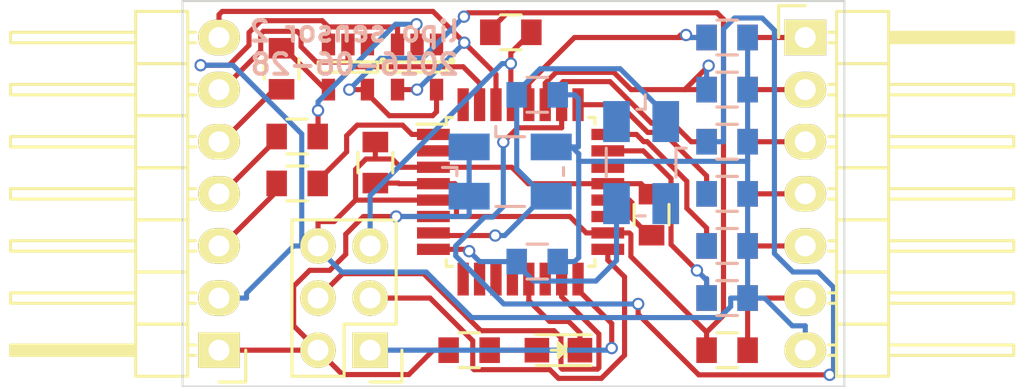
<source format=kicad_pcb>
(kicad_pcb (version 20171130) (host pcbnew "(5.1.12)-1")

  (general
    (thickness 1.6)
    (drawings 6)
    (tracks 332)
    (zones 0)
    (modules 31)
    (nets 32)
  )

  (page A4)
  (layers
    (0 F.Cu signal)
    (31 B.Cu signal)
    (32 B.Adhes user hide)
    (33 F.Adhes user hide)
    (34 B.Paste user hide)
    (35 F.Paste user hide)
    (36 B.SilkS user hide)
    (37 F.SilkS user hide)
    (38 B.Mask user hide)
    (39 F.Mask user hide)
    (40 Dwgs.User user hide)
    (41 Cmts.User user hide)
    (42 Eco1.User user hide)
    (43 Eco2.User user hide)
    (44 Edge.Cuts user)
    (45 Margin user hide)
    (46 B.CrtYd user hide)
    (47 F.CrtYd user hide)
    (48 B.Fab user hide)
    (49 F.Fab user hide)
  )

  (setup
    (last_trace_width 0.25)
    (trace_clearance 0.2)
    (zone_clearance 0.508)
    (zone_45_only no)
    (trace_min 0.2)
    (via_size 0.6)
    (via_drill 0.4)
    (via_min_size 0.4)
    (via_min_drill 0.3)
    (uvia_size 0.3)
    (uvia_drill 0.1)
    (uvias_allowed no)
    (uvia_min_size 0.2)
    (uvia_min_drill 0.1)
    (edge_width 0.1)
    (segment_width 0.2)
    (pcb_text_width 0.3)
    (pcb_text_size 1.5 1.5)
    (mod_edge_width 0.15)
    (mod_text_size 1 1)
    (mod_text_width 0.15)
    (pad_size 1.5 1.5)
    (pad_drill 0.6)
    (pad_to_mask_clearance 0)
    (aux_axis_origin 0 0)
    (visible_elements 7FFFFFFF)
    (pcbplotparams
      (layerselection 0x010f0_80000001)
      (usegerberextensions false)
      (usegerberattributes true)
      (usegerberadvancedattributes true)
      (creategerberjobfile true)
      (excludeedgelayer true)
      (linewidth 0.100000)
      (plotframeref false)
      (viasonmask false)
      (mode 1)
      (useauxorigin false)
      (hpglpennumber 1)
      (hpglpenspeed 20)
      (hpglpendiameter 15.000000)
      (psnegative false)
      (psa4output false)
      (plotreference true)
      (plotvalue true)
      (plotinvisibletext false)
      (padsonsilk false)
      (subtractmaskfromsilk false)
      (outputformat 1)
      (mirror false)
      (drillshape 0)
      (scaleselection 1)
      (outputdirectory "Gerber-2016-06-28"))
  )

  (net 0 "")
  (net 1 "Net-(5k1-Pad1)")
  (net 2 /S.Port)
  (net 3 VCC)
  (net 4 GND)
  (net 5 "Net-(C2-Pad2)")
  (net 6 "Net-(C3-Pad2)")
  (net 7 "Net-(C5-Pad2)")
  (net 8 "Net-(D1-Pad2)")
  (net 9 /LED)
  (net 10 "Net-(IC1-Pad15)")
  (net 11 "Net-(IC1-Pad16)")
  (net 12 "Net-(IC1-Pad17)")
  (net 13 /Cell1)
  (net 14 /Cell2)
  (net 15 /Cell3)
  (net 16 /Cell4)
  (net 17 /Cell5)
  (net 18 /Cell6)
  (net 19 "Net-(IC1-Pad29)")
  (net 20 /RX)
  (net 21 /TX)
  (net 22 "Net-(P3-Pad1)")
  (net 23 "Net-(P3-Pad2)")
  (net 24 "Net-(P3-Pad3)")
  (net 25 "Net-(P3-Pad4)")
  (net 26 "Net-(P3-Pad5)")
  (net 27 "Net-(P3-Pad6)")
  (net 28 "Net-(P2-Pad4)")
  (net 29 "Net-(P2-Pad5)")
  (net 30 "Net-(P5-Pad4)")
  (net 31 "Net-(P6-Pad2)")

  (net_class Default "Dies ist die voreingestellte Netzklasse."
    (clearance 0.2)
    (trace_width 0.25)
    (via_dia 0.6)
    (via_drill 0.4)
    (uvia_dia 0.3)
    (uvia_drill 0.1)
    (add_net /Cell1)
    (add_net /Cell2)
    (add_net /Cell3)
    (add_net /Cell4)
    (add_net /Cell5)
    (add_net /Cell6)
    (add_net /LED)
    (add_net /RX)
    (add_net /S.Port)
    (add_net /TX)
    (add_net GND)
    (add_net "Net-(5k1-Pad1)")
    (add_net "Net-(C2-Pad2)")
    (add_net "Net-(C3-Pad2)")
    (add_net "Net-(C5-Pad2)")
    (add_net "Net-(D1-Pad2)")
    (add_net "Net-(IC1-Pad15)")
    (add_net "Net-(IC1-Pad16)")
    (add_net "Net-(IC1-Pad17)")
    (add_net "Net-(IC1-Pad29)")
    (add_net "Net-(P2-Pad4)")
    (add_net "Net-(P2-Pad5)")
    (add_net "Net-(P3-Pad1)")
    (add_net "Net-(P3-Pad2)")
    (add_net "Net-(P3-Pad3)")
    (add_net "Net-(P3-Pad4)")
    (add_net "Net-(P3-Pad5)")
    (add_net "Net-(P3-Pad6)")
    (add_net "Net-(P5-Pad4)")
    (add_net "Net-(P6-Pad2)")
    (add_net VCC)
  )

  (module TO_SOT_Packages_SMD:SOT-23-5 (layer F.Cu) (tedit 5772DB42) (tstamp 5771A064)
    (at 154.432 104.31 270)
    (descr "5-pin SOT23 package")
    (tags SOT-23-5)
    (path /5771D337)
    (attr smd)
    (fp_text reference P6 (at -0.05 -2.55 270) (layer F.SilkS) hide
      (effects (font (size 1 1) (thickness 0.15)))
    )
    (fp_text value INVERTER (at -0.05 2.35 270) (layer F.Fab)
      (effects (font (size 1 1) (thickness 0.15)))
    )
    (fp_circle (center -0.3 -1.7) (end -0.2 -1.7) (layer F.SilkS) (width 0.15))
    (fp_line (start -1.8 -1.6) (end 1.8 -1.6) (layer F.CrtYd) (width 0.05))
    (fp_line (start 1.8 -1.6) (end 1.8 1.6) (layer F.CrtYd) (width 0.05))
    (fp_line (start 1.8 1.6) (end -1.8 1.6) (layer F.CrtYd) (width 0.05))
    (fp_line (start -1.8 1.6) (end -1.8 -1.6) (layer F.CrtYd) (width 0.05))
    (fp_line (start 0.25 -1.45) (end -0.25 -1.45) (layer F.SilkS) (width 0.15))
    (fp_line (start 0.25 1.45) (end 0.25 -1.45) (layer F.SilkS) (width 0.15))
    (fp_line (start -0.25 1.45) (end 0.25 1.45) (layer F.SilkS) (width 0.15))
    (fp_line (start -0.25 -1.45) (end -0.25 1.45) (layer F.SilkS) (width 0.15))
    (pad 1 smd rect (at -1.1 -0.95 270) (size 1.06 0.65) (layers F.Cu F.Paste F.Mask))
    (pad 2 smd rect (at -1.1 0 270) (size 1.06 0.65) (layers F.Cu F.Paste F.Mask)
      (net 31 "Net-(P6-Pad2)"))
    (pad 3 smd rect (at -1.1 0.95 270) (size 1.06 0.65) (layers F.Cu F.Paste F.Mask)
      (net 4 GND))
    (pad 4 smd rect (at 1.1 0.95 270) (size 1.06 0.65) (layers F.Cu F.Paste F.Mask)
      (net 20 /RX))
    (pad 5 smd rect (at 1.1 -0.95 270) (size 1.06 0.65) (layers F.Cu F.Paste F.Mask)
      (net 3 VCC))
    (model TO_SOT_Packages_SMD.3dshapes/SOT-23-5.wrl
      (at (xyz 0 0 0))
      (scale (xyz 1 1 1))
      (rotate (xyz 0 0 0))
    )
  )

  (module Housings_QFP:TQFP-32_7x7mm_Pitch0.8mm (layer F.Cu) (tedit 5772DB3E) (tstamp 576C6095)
    (at 159.48 110.395)
    (descr "32-Lead Plastic Thin Quad Flatpack (PT) - 7x7x1.0 mm Body, 2.00 mm [TQFP] (see Microchip Packaging Specification 00000049BS.pdf)")
    (tags "QFP 0.8")
    (path /571D77B7)
    (attr smd)
    (fp_text reference IC1 (at 0 -6.05) (layer F.SilkS) hide
      (effects (font (size 1 1) (thickness 0.15)))
    )
    (fp_text value ATMEGA328P-A (at 0 6.05) (layer F.Fab)
      (effects (font (size 1 1) (thickness 0.15)))
    )
    (fp_line (start -5.3 -5.3) (end -5.3 5.3) (layer F.CrtYd) (width 0.05))
    (fp_line (start 5.3 -5.3) (end 5.3 5.3) (layer F.CrtYd) (width 0.05))
    (fp_line (start -5.3 -5.3) (end 5.3 -5.3) (layer F.CrtYd) (width 0.05))
    (fp_line (start -5.3 5.3) (end 5.3 5.3) (layer F.CrtYd) (width 0.05))
    (fp_line (start -3.625 -3.625) (end -3.625 -3.3) (layer F.SilkS) (width 0.15))
    (fp_line (start 3.625 -3.625) (end 3.625 -3.3) (layer F.SilkS) (width 0.15))
    (fp_line (start 3.625 3.625) (end 3.625 3.3) (layer F.SilkS) (width 0.15))
    (fp_line (start -3.625 3.625) (end -3.625 3.3) (layer F.SilkS) (width 0.15))
    (fp_line (start -3.625 -3.625) (end -3.3 -3.625) (layer F.SilkS) (width 0.15))
    (fp_line (start -3.625 3.625) (end -3.3 3.625) (layer F.SilkS) (width 0.15))
    (fp_line (start 3.625 3.625) (end 3.3 3.625) (layer F.SilkS) (width 0.15))
    (fp_line (start 3.625 -3.625) (end 3.3 -3.625) (layer F.SilkS) (width 0.15))
    (fp_line (start -3.625 -3.3) (end -5.05 -3.3) (layer F.SilkS) (width 0.15))
    (pad 1 smd rect (at -4.25 -2.8) (size 1.6 0.55) (layers F.Cu F.Paste F.Mask)
      (net 2 /S.Port))
    (pad 2 smd rect (at -4.25 -2) (size 1.6 0.55) (layers F.Cu F.Paste F.Mask))
    (pad 3 smd rect (at -4.25 -1.2) (size 1.6 0.55) (layers F.Cu F.Paste F.Mask)
      (net 4 GND))
    (pad 4 smd rect (at -4.25 -0.4) (size 1.6 0.55) (layers F.Cu F.Paste F.Mask)
      (net 3 VCC))
    (pad 5 smd rect (at -4.25 0.4) (size 1.6 0.55) (layers F.Cu F.Paste F.Mask)
      (net 4 GND))
    (pad 6 smd rect (at -4.25 1.2) (size 1.6 0.55) (layers F.Cu F.Paste F.Mask)
      (net 3 VCC))
    (pad 7 smd rect (at -4.25 2) (size 1.6 0.55) (layers F.Cu F.Paste F.Mask)
      (net 5 "Net-(C2-Pad2)"))
    (pad 8 smd rect (at -4.25 2.8) (size 1.6 0.55) (layers F.Cu F.Paste F.Mask)
      (net 7 "Net-(C5-Pad2)"))
    (pad 9 smd rect (at -2.8 4.25 90) (size 1.6 0.55) (layers F.Cu F.Paste F.Mask))
    (pad 10 smd rect (at -2 4.25 90) (size 1.6 0.55) (layers F.Cu F.Paste F.Mask))
    (pad 11 smd rect (at -1.2 4.25 90) (size 1.6 0.55) (layers F.Cu F.Paste F.Mask))
    (pad 12 smd rect (at -0.4 4.25 90) (size 1.6 0.55) (layers F.Cu F.Paste F.Mask))
    (pad 13 smd rect (at 0.4 4.25 90) (size 1.6 0.55) (layers F.Cu F.Paste F.Mask)
      (net 9 /LED))
    (pad 14 smd rect (at 1.2 4.25 90) (size 1.6 0.55) (layers F.Cu F.Paste F.Mask))
    (pad 15 smd rect (at 2 4.25 90) (size 1.6 0.55) (layers F.Cu F.Paste F.Mask)
      (net 10 "Net-(IC1-Pad15)"))
    (pad 16 smd rect (at 2.8 4.25 90) (size 1.6 0.55) (layers F.Cu F.Paste F.Mask)
      (net 11 "Net-(IC1-Pad16)"))
    (pad 17 smd rect (at 4.25 2.8) (size 1.6 0.55) (layers F.Cu F.Paste F.Mask)
      (net 12 "Net-(IC1-Pad17)"))
    (pad 18 smd rect (at 4.25 2) (size 1.6 0.55) (layers F.Cu F.Paste F.Mask)
      (net 3 VCC))
    (pad 19 smd rect (at 4.25 1.2) (size 1.6 0.55) (layers F.Cu F.Paste F.Mask))
    (pad 20 smd rect (at 4.25 0.4) (size 1.6 0.55) (layers F.Cu F.Paste F.Mask)
      (net 6 "Net-(C3-Pad2)"))
    (pad 21 smd rect (at 4.25 -0.4) (size 1.6 0.55) (layers F.Cu F.Paste F.Mask)
      (net 4 GND))
    (pad 22 smd rect (at 4.25 -1.2) (size 1.6 0.55) (layers F.Cu F.Paste F.Mask))
    (pad 23 smd rect (at 4.25 -2) (size 1.6 0.55) (layers F.Cu F.Paste F.Mask)
      (net 13 /Cell1))
    (pad 24 smd rect (at 4.25 -2.8) (size 1.6 0.55) (layers F.Cu F.Paste F.Mask)
      (net 14 /Cell2))
    (pad 25 smd rect (at 2.8 -4.25 90) (size 1.6 0.55) (layers F.Cu F.Paste F.Mask)
      (net 15 /Cell3))
    (pad 26 smd rect (at 2 -4.25 90) (size 1.6 0.55) (layers F.Cu F.Paste F.Mask)
      (net 16 /Cell4))
    (pad 27 smd rect (at 1.2 -4.25 90) (size 1.6 0.55) (layers F.Cu F.Paste F.Mask)
      (net 17 /Cell5))
    (pad 28 smd rect (at 0.4 -4.25 90) (size 1.6 0.55) (layers F.Cu F.Paste F.Mask)
      (net 18 /Cell6))
    (pad 29 smd rect (at -0.4 -4.25 90) (size 1.6 0.55) (layers F.Cu F.Paste F.Mask)
      (net 19 "Net-(IC1-Pad29)"))
    (pad 30 smd rect (at -1.2 -4.25 90) (size 1.6 0.55) (layers F.Cu F.Paste F.Mask)
      (net 20 /RX))
    (pad 31 smd rect (at -2 -4.25 90) (size 1.6 0.55) (layers F.Cu F.Paste F.Mask)
      (net 21 /TX))
    (pad 32 smd rect (at -2.8 -4.25 90) (size 1.6 0.55) (layers F.Cu F.Paste F.Mask))
    (model Housings_QFP.3dshapes/TQFP-32_7x7mm_Pitch0.8mm.wrl
      (at (xyz 0 0 0))
      (scale (xyz 1 1 1))
      (rotate (xyz 0 0 0))
    )
  )

  (module Capacitors_SMD:C_0805 (layer F.Cu) (tedit 5772DB63) (tstamp 576C6059)
    (at 152.4 108.966 90)
    (descr "Capacitor SMD 0805, reflow soldering, AVX (see smccp.pdf)")
    (tags "capacitor 0805")
    (path /571D8C0C)
    (attr smd)
    (fp_text reference C1 (at 0 -2.1 90) (layer F.SilkS) hide
      (effects (font (size 1 1) (thickness 0.15)))
    )
    (fp_text value 100nF (at 0 2.1 90) (layer F.Fab)
      (effects (font (size 1 1) (thickness 0.15)))
    )
    (fp_line (start -1.8 -1) (end 1.8 -1) (layer F.CrtYd) (width 0.05))
    (fp_line (start -1.8 1) (end 1.8 1) (layer F.CrtYd) (width 0.05))
    (fp_line (start -1.8 -1) (end -1.8 1) (layer F.CrtYd) (width 0.05))
    (fp_line (start 1.8 -1) (end 1.8 1) (layer F.CrtYd) (width 0.05))
    (fp_line (start 0.5 -0.85) (end -0.5 -0.85) (layer F.SilkS) (width 0.15))
    (fp_line (start -0.5 0.85) (end 0.5 0.85) (layer F.SilkS) (width 0.15))
    (pad 1 smd rect (at -1 0 90) (size 1 1.25) (layers F.Cu F.Paste F.Mask)
      (net 3 VCC))
    (pad 2 smd rect (at 1 0 90) (size 1 1.25) (layers F.Cu F.Paste F.Mask)
      (net 4 GND))
    (model Capacitors_SMD.3dshapes/C_0805.wrl
      (at (xyz 0 0 0))
      (scale (xyz 1 1 1))
      (rotate (xyz 0 0 0))
    )
  )

  (module Capacitors_SMD:C_0805 (layer B.Cu) (tedit 5772DB3B) (tstamp 576C605F)
    (at 160.29 105.664 180)
    (descr "Capacitor SMD 0805, reflow soldering, AVX (see smccp.pdf)")
    (tags "capacitor 0805")
    (path /571D9DEA)
    (attr smd)
    (fp_text reference C2 (at 0 2.1 180) (layer B.SilkS) hide
      (effects (font (size 1 1) (thickness 0.15)) (justify mirror))
    )
    (fp_text value 22pF (at 0 -2.1 180) (layer B.Fab)
      (effects (font (size 1 1) (thickness 0.15)) (justify mirror))
    )
    (fp_line (start -1.8 1) (end 1.8 1) (layer B.CrtYd) (width 0.05))
    (fp_line (start -1.8 -1) (end 1.8 -1) (layer B.CrtYd) (width 0.05))
    (fp_line (start -1.8 1) (end -1.8 -1) (layer B.CrtYd) (width 0.05))
    (fp_line (start 1.8 1) (end 1.8 -1) (layer B.CrtYd) (width 0.05))
    (fp_line (start 0.5 0.85) (end -0.5 0.85) (layer B.SilkS) (width 0.15))
    (fp_line (start -0.5 -0.85) (end 0.5 -0.85) (layer B.SilkS) (width 0.15))
    (pad 1 smd rect (at -1 0 180) (size 1 1.25) (layers B.Cu B.Paste B.Mask)
      (net 4 GND))
    (pad 2 smd rect (at 1 0 180) (size 1 1.25) (layers B.Cu B.Paste B.Mask)
      (net 5 "Net-(C2-Pad2)"))
    (model Capacitors_SMD.3dshapes/C_0805.wrl
      (at (xyz 0 0 0))
      (scale (xyz 1 1 1))
      (rotate (xyz 0 0 0))
    )
  )

  (module Capacitors_SMD:C_0805 (layer F.Cu) (tedit 5772DBA0) (tstamp 576C6065)
    (at 165.862 111.506 270)
    (descr "Capacitor SMD 0805, reflow soldering, AVX (see smccp.pdf)")
    (tags "capacitor 0805")
    (path /571E70E0)
    (attr smd)
    (fp_text reference C3 (at 0 -2.1 270) (layer F.SilkS) hide
      (effects (font (size 1 1) (thickness 0.15)))
    )
    (fp_text value 100nF (at 0 2.1 270) (layer F.Fab)
      (effects (font (size 1 1) (thickness 0.15)))
    )
    (fp_line (start -1.8 -1) (end 1.8 -1) (layer F.CrtYd) (width 0.05))
    (fp_line (start -1.8 1) (end 1.8 1) (layer F.CrtYd) (width 0.05))
    (fp_line (start -1.8 -1) (end -1.8 1) (layer F.CrtYd) (width 0.05))
    (fp_line (start 1.8 -1) (end 1.8 1) (layer F.CrtYd) (width 0.05))
    (fp_line (start 0.5 -0.85) (end -0.5 -0.85) (layer F.SilkS) (width 0.15))
    (fp_line (start -0.5 0.85) (end 0.5 0.85) (layer F.SilkS) (width 0.15))
    (pad 1 smd rect (at -1 0 270) (size 1 1.25) (layers F.Cu F.Paste F.Mask)
      (net 4 GND))
    (pad 2 smd rect (at 1 0 270) (size 1 1.25) (layers F.Cu F.Paste F.Mask)
      (net 6 "Net-(C3-Pad2)"))
    (model Capacitors_SMD.3dshapes/C_0805.wrl
      (at (xyz 0 0 0))
      (scale (xyz 1 1 1))
      (rotate (xyz 0 0 0))
    )
  )

  (module Capacitors_SMD:C_0805 (layer B.Cu) (tedit 5772DB30) (tstamp 576C606B)
    (at 160.29 113.792 180)
    (descr "Capacitor SMD 0805, reflow soldering, AVX (see smccp.pdf)")
    (tags "capacitor 0805")
    (path /571D9E75)
    (attr smd)
    (fp_text reference C5 (at 0 2.1 180) (layer B.SilkS) hide
      (effects (font (size 1 1) (thickness 0.15)) (justify mirror))
    )
    (fp_text value 22pF (at 0 -2.1 180) (layer B.Fab)
      (effects (font (size 1 1) (thickness 0.15)) (justify mirror))
    )
    (fp_line (start -1.8 1) (end 1.8 1) (layer B.CrtYd) (width 0.05))
    (fp_line (start -1.8 -1) (end 1.8 -1) (layer B.CrtYd) (width 0.05))
    (fp_line (start -1.8 1) (end -1.8 -1) (layer B.CrtYd) (width 0.05))
    (fp_line (start 1.8 1) (end 1.8 -1) (layer B.CrtYd) (width 0.05))
    (fp_line (start 0.5 0.85) (end -0.5 0.85) (layer B.SilkS) (width 0.15))
    (fp_line (start -0.5 -0.85) (end 0.5 -0.85) (layer B.SilkS) (width 0.15))
    (pad 1 smd rect (at -1 0 180) (size 1 1.25) (layers B.Cu B.Paste B.Mask)
      (net 4 GND))
    (pad 2 smd rect (at 1 0 180) (size 1 1.25) (layers B.Cu B.Paste B.Mask)
      (net 7 "Net-(C5-Pad2)"))
    (model Capacitors_SMD.3dshapes/C_0805.wrl
      (at (xyz 0 0 0))
      (scale (xyz 1 1 1))
      (rotate (xyz 0 0 0))
    )
  )

  (module LEDs:LED_0805 (layer F.Cu) (tedit 5772DBA3) (tstamp 576C6071)
    (at 161.323 118.11 180)
    (descr "LED 0805 smd package")
    (tags "LED 0805 SMD")
    (path /571D80BC)
    (attr smd)
    (fp_text reference D1 (at -3.52298 -0.508 180) (layer F.SilkS) hide
      (effects (font (size 1 1) (thickness 0.15)))
    )
    (fp_text value LED (at 0 1.75 180) (layer F.Fab)
      (effects (font (size 1 1) (thickness 0.15)))
    )
    (fp_line (start -1.6 0.75) (end 1.1 0.75) (layer F.SilkS) (width 0.15))
    (fp_line (start -1.6 -0.75) (end 1.1 -0.75) (layer F.SilkS) (width 0.15))
    (fp_line (start -0.1 0.15) (end -0.1 -0.1) (layer F.SilkS) (width 0.15))
    (fp_line (start -0.1 -0.1) (end -0.25 0.05) (layer F.SilkS) (width 0.15))
    (fp_line (start -0.35 -0.35) (end -0.35 0.35) (layer F.SilkS) (width 0.15))
    (fp_line (start 0 0) (end 0.35 0) (layer F.SilkS) (width 0.15))
    (fp_line (start -0.35 0) (end 0 -0.35) (layer F.SilkS) (width 0.15))
    (fp_line (start 0 -0.35) (end 0 0.35) (layer F.SilkS) (width 0.15))
    (fp_line (start 0 0.35) (end -0.35 0) (layer F.SilkS) (width 0.15))
    (fp_line (start 1.9 -0.95) (end 1.9 0.95) (layer F.CrtYd) (width 0.05))
    (fp_line (start 1.9 0.95) (end -1.9 0.95) (layer F.CrtYd) (width 0.05))
    (fp_line (start -1.9 0.95) (end -1.9 -0.95) (layer F.CrtYd) (width 0.05))
    (fp_line (start -1.9 -0.95) (end 1.9 -0.95) (layer F.CrtYd) (width 0.05))
    (pad 2 smd rect (at 1.04902 0) (size 1.19888 1.19888) (layers F.Cu F.Paste F.Mask)
      (net 8 "Net-(D1-Pad2)"))
    (pad 1 smd rect (at -1.04902 0) (size 1.19888 1.19888) (layers F.Cu F.Paste F.Mask)
      (net 9 /LED))
    (model LEDs.3dshapes/LED_0805.wrl
      (at (xyz 0 0 0))
      (scale (xyz 1 1 1))
      (rotate (xyz 0 0 0))
    )
  )

  (module Pin_Headers:Pin_Header_Straight_2x03 (layer F.Cu) (tedit 5771AC3A) (tstamp 576C609F)
    (at 152.146 118.11 180)
    (descr "Through hole pin header")
    (tags "pin header")
    (path /571D5E91)
    (fp_text reference P1 (at -2.032 0.254 180) (layer F.SilkS) hide
      (effects (font (size 1 1) (thickness 0.15)))
    )
    (fp_text value CONN_02X03 (at 0.762 7.366 180) (layer F.Fab)
      (effects (font (size 1 1) (thickness 0.15)))
    )
    (fp_line (start -1.27 1.27) (end -1.27 6.35) (layer F.SilkS) (width 0.15))
    (fp_line (start -1.55 -1.55) (end 0 -1.55) (layer F.SilkS) (width 0.15))
    (fp_line (start -1.75 -1.75) (end -1.75 6.85) (layer F.CrtYd) (width 0.05))
    (fp_line (start 4.3 -1.75) (end 4.3 6.85) (layer F.CrtYd) (width 0.05))
    (fp_line (start -1.75 -1.75) (end 4.3 -1.75) (layer F.CrtYd) (width 0.05))
    (fp_line (start -1.75 6.85) (end 4.3 6.85) (layer F.CrtYd) (width 0.05))
    (fp_line (start 1.27 -1.27) (end 1.27 1.27) (layer F.SilkS) (width 0.15))
    (fp_line (start 1.27 1.27) (end -1.27 1.27) (layer F.SilkS) (width 0.15))
    (fp_line (start -1.27 6.35) (end 3.81 6.35) (layer F.SilkS) (width 0.15))
    (fp_line (start 3.81 6.35) (end 3.81 1.27) (layer F.SilkS) (width 0.15))
    (fp_line (start -1.55 -1.55) (end -1.55 0) (layer F.SilkS) (width 0.15))
    (fp_line (start 3.81 -1.27) (end 1.27 -1.27) (layer F.SilkS) (width 0.15))
    (fp_line (start 3.81 1.27) (end 3.81 -1.27) (layer F.SilkS) (width 0.15))
    (pad 1 thru_hole rect (at 0 0 180) (size 1.7272 1.7272) (drill 1.016) (layers *.Cu *.Mask F.SilkS)
      (net 11 "Net-(IC1-Pad16)"))
    (pad 2 thru_hole oval (at 2.54 0 180) (size 1.7272 1.7272) (drill 1.016) (layers *.Cu *.Mask F.SilkS)
      (net 3 VCC))
    (pad 3 thru_hole oval (at 0 2.54 180) (size 1.7272 1.7272) (drill 1.016) (layers *.Cu *.Mask F.SilkS)
      (net 12 "Net-(IC1-Pad17)"))
    (pad 4 thru_hole oval (at 2.54 2.54 180) (size 1.7272 1.7272) (drill 1.016) (layers *.Cu *.Mask F.SilkS)
      (net 10 "Net-(IC1-Pad15)"))
    (pad 5 thru_hole oval (at 0 5.08 180) (size 1.7272 1.7272) (drill 1.016) (layers *.Cu *.Mask F.SilkS)
      (net 19 "Net-(IC1-Pad29)"))
    (pad 6 thru_hole oval (at 2.54 5.08 180) (size 1.7272 1.7272) (drill 1.016) (layers *.Cu *.Mask F.SilkS)
      (net 4 GND))
    (model Pin_Headers.3dshapes/Pin_Header_Straight_2x03.wrl
      (offset (xyz 1.269999980926514 -2.539999961853027 0))
      (scale (xyz 1 1 1))
      (rotate (xyz 0 0 90))
    )
  )

  (module Pin_Headers:Pin_Header_Angled_1x07 (layer F.Cu) (tedit 5771AC75) (tstamp 576C60B1)
    (at 173.355 102.87)
    (descr "Through hole pin header")
    (tags "pin header")
    (path /571D69A8)
    (fp_text reference P3 (at 2.667 1.524) (layer F.SilkS) hide
      (effects (font (size 1 1) (thickness 0.15)))
    )
    (fp_text value CONN_01X07 (at 6.223 0) (layer F.Fab) hide
      (effects (font (size 1 1) (thickness 0.15)))
    )
    (fp_line (start -1.5 -1.75) (end -1.5 17) (layer F.CrtYd) (width 0.05))
    (fp_line (start 10.65 -1.75) (end 10.65 17) (layer F.CrtYd) (width 0.05))
    (fp_line (start -1.5 -1.75) (end 10.65 -1.75) (layer F.CrtYd) (width 0.05))
    (fp_line (start -1.5 17) (end 10.65 17) (layer F.CrtYd) (width 0.05))
    (fp_line (start -1.3 -1.55) (end -1.3 0) (layer F.SilkS) (width 0.15))
    (fp_line (start 0 -1.55) (end -1.3 -1.55) (layer F.SilkS) (width 0.15))
    (fp_line (start 4.191 -0.127) (end 10.033 -0.127) (layer F.SilkS) (width 0.15))
    (fp_line (start 10.033 -0.127) (end 10.033 0.127) (layer F.SilkS) (width 0.15))
    (fp_line (start 10.033 0.127) (end 4.191 0.127) (layer F.SilkS) (width 0.15))
    (fp_line (start 4.191 0.127) (end 4.191 0) (layer F.SilkS) (width 0.15))
    (fp_line (start 4.191 0) (end 10.033 0) (layer F.SilkS) (width 0.15))
    (fp_line (start 1.524 -0.254) (end 1.143 -0.254) (layer F.SilkS) (width 0.15))
    (fp_line (start 1.524 0.254) (end 1.143 0.254) (layer F.SilkS) (width 0.15))
    (fp_line (start 1.524 2.286) (end 1.143 2.286) (layer F.SilkS) (width 0.15))
    (fp_line (start 1.524 2.794) (end 1.143 2.794) (layer F.SilkS) (width 0.15))
    (fp_line (start 1.524 4.826) (end 1.143 4.826) (layer F.SilkS) (width 0.15))
    (fp_line (start 1.524 5.334) (end 1.143 5.334) (layer F.SilkS) (width 0.15))
    (fp_line (start 1.524 7.366) (end 1.143 7.366) (layer F.SilkS) (width 0.15))
    (fp_line (start 1.524 7.874) (end 1.143 7.874) (layer F.SilkS) (width 0.15))
    (fp_line (start 1.524 15.494) (end 1.143 15.494) (layer F.SilkS) (width 0.15))
    (fp_line (start 1.524 14.986) (end 1.143 14.986) (layer F.SilkS) (width 0.15))
    (fp_line (start 1.524 12.954) (end 1.143 12.954) (layer F.SilkS) (width 0.15))
    (fp_line (start 1.524 12.446) (end 1.143 12.446) (layer F.SilkS) (width 0.15))
    (fp_line (start 1.524 10.414) (end 1.143 10.414) (layer F.SilkS) (width 0.15))
    (fp_line (start 1.524 9.906) (end 1.143 9.906) (layer F.SilkS) (width 0.15))
    (fp_line (start 4.064 1.27) (end 4.064 -1.27) (layer F.SilkS) (width 0.15))
    (fp_line (start 10.16 0.254) (end 4.064 0.254) (layer F.SilkS) (width 0.15))
    (fp_line (start 10.16 -0.254) (end 10.16 0.254) (layer F.SilkS) (width 0.15))
    (fp_line (start 4.064 -0.254) (end 10.16 -0.254) (layer F.SilkS) (width 0.15))
    (fp_line (start 1.524 1.27) (end 4.064 1.27) (layer F.SilkS) (width 0.15))
    (fp_line (start 1.524 -1.27) (end 1.524 1.27) (layer F.SilkS) (width 0.15))
    (fp_line (start 1.524 -1.27) (end 4.064 -1.27) (layer F.SilkS) (width 0.15))
    (fp_line (start 1.524 3.81) (end 4.064 3.81) (layer F.SilkS) (width 0.15))
    (fp_line (start 1.524 3.81) (end 1.524 6.35) (layer F.SilkS) (width 0.15))
    (fp_line (start 1.524 6.35) (end 4.064 6.35) (layer F.SilkS) (width 0.15))
    (fp_line (start 4.064 4.826) (end 10.16 4.826) (layer F.SilkS) (width 0.15))
    (fp_line (start 10.16 4.826) (end 10.16 5.334) (layer F.SilkS) (width 0.15))
    (fp_line (start 10.16 5.334) (end 4.064 5.334) (layer F.SilkS) (width 0.15))
    (fp_line (start 4.064 6.35) (end 4.064 3.81) (layer F.SilkS) (width 0.15))
    (fp_line (start 4.064 3.81) (end 4.064 1.27) (layer F.SilkS) (width 0.15))
    (fp_line (start 10.16 2.794) (end 4.064 2.794) (layer F.SilkS) (width 0.15))
    (fp_line (start 10.16 2.286) (end 10.16 2.794) (layer F.SilkS) (width 0.15))
    (fp_line (start 4.064 2.286) (end 10.16 2.286) (layer F.SilkS) (width 0.15))
    (fp_line (start 1.524 3.81) (end 4.064 3.81) (layer F.SilkS) (width 0.15))
    (fp_line (start 1.524 1.27) (end 1.524 3.81) (layer F.SilkS) (width 0.15))
    (fp_line (start 1.524 1.27) (end 4.064 1.27) (layer F.SilkS) (width 0.15))
    (fp_line (start 1.524 11.43) (end 4.064 11.43) (layer F.SilkS) (width 0.15))
    (fp_line (start 1.524 11.43) (end 1.524 13.97) (layer F.SilkS) (width 0.15))
    (fp_line (start 1.524 13.97) (end 4.064 13.97) (layer F.SilkS) (width 0.15))
    (fp_line (start 4.064 12.446) (end 10.16 12.446) (layer F.SilkS) (width 0.15))
    (fp_line (start 10.16 12.446) (end 10.16 12.954) (layer F.SilkS) (width 0.15))
    (fp_line (start 10.16 12.954) (end 4.064 12.954) (layer F.SilkS) (width 0.15))
    (fp_line (start 4.064 13.97) (end 4.064 11.43) (layer F.SilkS) (width 0.15))
    (fp_line (start 4.064 16.51) (end 4.064 13.97) (layer F.SilkS) (width 0.15))
    (fp_line (start 10.16 15.494) (end 4.064 15.494) (layer F.SilkS) (width 0.15))
    (fp_line (start 10.16 14.986) (end 10.16 15.494) (layer F.SilkS) (width 0.15))
    (fp_line (start 4.064 14.986) (end 10.16 14.986) (layer F.SilkS) (width 0.15))
    (fp_line (start 1.524 16.51) (end 4.064 16.51) (layer F.SilkS) (width 0.15))
    (fp_line (start 1.524 13.97) (end 1.524 16.51) (layer F.SilkS) (width 0.15))
    (fp_line (start 1.524 13.97) (end 4.064 13.97) (layer F.SilkS) (width 0.15))
    (fp_line (start 1.524 8.89) (end 4.064 8.89) (layer F.SilkS) (width 0.15))
    (fp_line (start 1.524 8.89) (end 1.524 11.43) (layer F.SilkS) (width 0.15))
    (fp_line (start 1.524 11.43) (end 4.064 11.43) (layer F.SilkS) (width 0.15))
    (fp_line (start 4.064 9.906) (end 10.16 9.906) (layer F.SilkS) (width 0.15))
    (fp_line (start 10.16 9.906) (end 10.16 10.414) (layer F.SilkS) (width 0.15))
    (fp_line (start 10.16 10.414) (end 4.064 10.414) (layer F.SilkS) (width 0.15))
    (fp_line (start 4.064 11.43) (end 4.064 8.89) (layer F.SilkS) (width 0.15))
    (fp_line (start 4.064 8.89) (end 4.064 6.35) (layer F.SilkS) (width 0.15))
    (fp_line (start 10.16 7.874) (end 4.064 7.874) (layer F.SilkS) (width 0.15))
    (fp_line (start 10.16 7.366) (end 10.16 7.874) (layer F.SilkS) (width 0.15))
    (fp_line (start 4.064 7.366) (end 10.16 7.366) (layer F.SilkS) (width 0.15))
    (fp_line (start 1.524 8.89) (end 4.064 8.89) (layer F.SilkS) (width 0.15))
    (fp_line (start 1.524 6.35) (end 1.524 8.89) (layer F.SilkS) (width 0.15))
    (fp_line (start 1.524 6.35) (end 4.064 6.35) (layer F.SilkS) (width 0.15))
    (pad 1 thru_hole rect (at 0 0) (size 2.032 1.7272) (drill 1.016) (layers *.Cu *.Mask F.SilkS)
      (net 22 "Net-(P3-Pad1)"))
    (pad 2 thru_hole oval (at 0 2.54) (size 2.032 1.7272) (drill 1.016) (layers *.Cu *.Mask F.SilkS)
      (net 23 "Net-(P3-Pad2)"))
    (pad 3 thru_hole oval (at 0 5.08) (size 2.032 1.7272) (drill 1.016) (layers *.Cu *.Mask F.SilkS)
      (net 24 "Net-(P3-Pad3)"))
    (pad 4 thru_hole oval (at 0 7.62) (size 2.032 1.7272) (drill 1.016) (layers *.Cu *.Mask F.SilkS)
      (net 25 "Net-(P3-Pad4)"))
    (pad 5 thru_hole oval (at 0 10.16) (size 2.032 1.7272) (drill 1.016) (layers *.Cu *.Mask F.SilkS)
      (net 26 "Net-(P3-Pad5)"))
    (pad 6 thru_hole oval (at 0 12.7) (size 2.032 1.7272) (drill 1.016) (layers *.Cu *.Mask F.SilkS)
      (net 27 "Net-(P3-Pad6)"))
    (pad 7 thru_hole oval (at 0 15.24) (size 2.032 1.7272) (drill 1.016) (layers *.Cu *.Mask F.SilkS)
      (net 4 GND))
    (model Pin_Headers.3dshapes/Pin_Header_Angled_1x07.wrl
      (offset (xyz 0 -7.619999885559082 0))
      (scale (xyz 1 1 1))
      (rotate (xyz 0 0 90))
    )
  )

  (module Pin_Headers:Pin_Header_Angled_1x07 (layer F.Cu) (tedit 5771AC02) (tstamp 576C69FE)
    (at 144.78 118.11 180)
    (descr "Through hole pin header")
    (tags "pin header")
    (path /576C6C72)
    (fp_text reference P2 (at -2.54 1.27 180) (layer F.SilkS) hide
      (effects (font (size 1 1) (thickness 0.15)))
    )
    (fp_text value CONN_01X07 (at -3.048 12.954 180) (layer F.Fab)
      (effects (font (size 1 1) (thickness 0.15)))
    )
    (fp_line (start -1.5 -1.75) (end -1.5 17) (layer F.CrtYd) (width 0.05))
    (fp_line (start 10.65 -1.75) (end 10.65 17) (layer F.CrtYd) (width 0.05))
    (fp_line (start -1.5 -1.75) (end 10.65 -1.75) (layer F.CrtYd) (width 0.05))
    (fp_line (start -1.5 17) (end 10.65 17) (layer F.CrtYd) (width 0.05))
    (fp_line (start -1.3 -1.55) (end -1.3 0) (layer F.SilkS) (width 0.15))
    (fp_line (start 0 -1.55) (end -1.3 -1.55) (layer F.SilkS) (width 0.15))
    (fp_line (start 4.191 -0.127) (end 10.033 -0.127) (layer F.SilkS) (width 0.15))
    (fp_line (start 10.033 -0.127) (end 10.033 0.127) (layer F.SilkS) (width 0.15))
    (fp_line (start 10.033 0.127) (end 4.191 0.127) (layer F.SilkS) (width 0.15))
    (fp_line (start 4.191 0.127) (end 4.191 0) (layer F.SilkS) (width 0.15))
    (fp_line (start 4.191 0) (end 10.033 0) (layer F.SilkS) (width 0.15))
    (fp_line (start 1.524 -0.254) (end 1.143 -0.254) (layer F.SilkS) (width 0.15))
    (fp_line (start 1.524 0.254) (end 1.143 0.254) (layer F.SilkS) (width 0.15))
    (fp_line (start 1.524 2.286) (end 1.143 2.286) (layer F.SilkS) (width 0.15))
    (fp_line (start 1.524 2.794) (end 1.143 2.794) (layer F.SilkS) (width 0.15))
    (fp_line (start 1.524 4.826) (end 1.143 4.826) (layer F.SilkS) (width 0.15))
    (fp_line (start 1.524 5.334) (end 1.143 5.334) (layer F.SilkS) (width 0.15))
    (fp_line (start 1.524 7.366) (end 1.143 7.366) (layer F.SilkS) (width 0.15))
    (fp_line (start 1.524 7.874) (end 1.143 7.874) (layer F.SilkS) (width 0.15))
    (fp_line (start 1.524 15.494) (end 1.143 15.494) (layer F.SilkS) (width 0.15))
    (fp_line (start 1.524 14.986) (end 1.143 14.986) (layer F.SilkS) (width 0.15))
    (fp_line (start 1.524 12.954) (end 1.143 12.954) (layer F.SilkS) (width 0.15))
    (fp_line (start 1.524 12.446) (end 1.143 12.446) (layer F.SilkS) (width 0.15))
    (fp_line (start 1.524 10.414) (end 1.143 10.414) (layer F.SilkS) (width 0.15))
    (fp_line (start 1.524 9.906) (end 1.143 9.906) (layer F.SilkS) (width 0.15))
    (fp_line (start 4.064 1.27) (end 4.064 -1.27) (layer F.SilkS) (width 0.15))
    (fp_line (start 10.16 0.254) (end 4.064 0.254) (layer F.SilkS) (width 0.15))
    (fp_line (start 10.16 -0.254) (end 10.16 0.254) (layer F.SilkS) (width 0.15))
    (fp_line (start 4.064 -0.254) (end 10.16 -0.254) (layer F.SilkS) (width 0.15))
    (fp_line (start 1.524 1.27) (end 4.064 1.27) (layer F.SilkS) (width 0.15))
    (fp_line (start 1.524 -1.27) (end 1.524 1.27) (layer F.SilkS) (width 0.15))
    (fp_line (start 1.524 -1.27) (end 4.064 -1.27) (layer F.SilkS) (width 0.15))
    (fp_line (start 1.524 3.81) (end 4.064 3.81) (layer F.SilkS) (width 0.15))
    (fp_line (start 1.524 3.81) (end 1.524 6.35) (layer F.SilkS) (width 0.15))
    (fp_line (start 1.524 6.35) (end 4.064 6.35) (layer F.SilkS) (width 0.15))
    (fp_line (start 4.064 4.826) (end 10.16 4.826) (layer F.SilkS) (width 0.15))
    (fp_line (start 10.16 4.826) (end 10.16 5.334) (layer F.SilkS) (width 0.15))
    (fp_line (start 10.16 5.334) (end 4.064 5.334) (layer F.SilkS) (width 0.15))
    (fp_line (start 4.064 6.35) (end 4.064 3.81) (layer F.SilkS) (width 0.15))
    (fp_line (start 4.064 3.81) (end 4.064 1.27) (layer F.SilkS) (width 0.15))
    (fp_line (start 10.16 2.794) (end 4.064 2.794) (layer F.SilkS) (width 0.15))
    (fp_line (start 10.16 2.286) (end 10.16 2.794) (layer F.SilkS) (width 0.15))
    (fp_line (start 4.064 2.286) (end 10.16 2.286) (layer F.SilkS) (width 0.15))
    (fp_line (start 1.524 3.81) (end 4.064 3.81) (layer F.SilkS) (width 0.15))
    (fp_line (start 1.524 1.27) (end 1.524 3.81) (layer F.SilkS) (width 0.15))
    (fp_line (start 1.524 1.27) (end 4.064 1.27) (layer F.SilkS) (width 0.15))
    (fp_line (start 1.524 11.43) (end 4.064 11.43) (layer F.SilkS) (width 0.15))
    (fp_line (start 1.524 11.43) (end 1.524 13.97) (layer F.SilkS) (width 0.15))
    (fp_line (start 1.524 13.97) (end 4.064 13.97) (layer F.SilkS) (width 0.15))
    (fp_line (start 4.064 12.446) (end 10.16 12.446) (layer F.SilkS) (width 0.15))
    (fp_line (start 10.16 12.446) (end 10.16 12.954) (layer F.SilkS) (width 0.15))
    (fp_line (start 10.16 12.954) (end 4.064 12.954) (layer F.SilkS) (width 0.15))
    (fp_line (start 4.064 13.97) (end 4.064 11.43) (layer F.SilkS) (width 0.15))
    (fp_line (start 4.064 16.51) (end 4.064 13.97) (layer F.SilkS) (width 0.15))
    (fp_line (start 10.16 15.494) (end 4.064 15.494) (layer F.SilkS) (width 0.15))
    (fp_line (start 10.16 14.986) (end 10.16 15.494) (layer F.SilkS) (width 0.15))
    (fp_line (start 4.064 14.986) (end 10.16 14.986) (layer F.SilkS) (width 0.15))
    (fp_line (start 1.524 16.51) (end 4.064 16.51) (layer F.SilkS) (width 0.15))
    (fp_line (start 1.524 13.97) (end 1.524 16.51) (layer F.SilkS) (width 0.15))
    (fp_line (start 1.524 13.97) (end 4.064 13.97) (layer F.SilkS) (width 0.15))
    (fp_line (start 1.524 8.89) (end 4.064 8.89) (layer F.SilkS) (width 0.15))
    (fp_line (start 1.524 8.89) (end 1.524 11.43) (layer F.SilkS) (width 0.15))
    (fp_line (start 1.524 11.43) (end 4.064 11.43) (layer F.SilkS) (width 0.15))
    (fp_line (start 4.064 9.906) (end 10.16 9.906) (layer F.SilkS) (width 0.15))
    (fp_line (start 10.16 9.906) (end 10.16 10.414) (layer F.SilkS) (width 0.15))
    (fp_line (start 10.16 10.414) (end 4.064 10.414) (layer F.SilkS) (width 0.15))
    (fp_line (start 4.064 11.43) (end 4.064 8.89) (layer F.SilkS) (width 0.15))
    (fp_line (start 4.064 8.89) (end 4.064 6.35) (layer F.SilkS) (width 0.15))
    (fp_line (start 10.16 7.874) (end 4.064 7.874) (layer F.SilkS) (width 0.15))
    (fp_line (start 10.16 7.366) (end 10.16 7.874) (layer F.SilkS) (width 0.15))
    (fp_line (start 4.064 7.366) (end 10.16 7.366) (layer F.SilkS) (width 0.15))
    (fp_line (start 1.524 8.89) (end 4.064 8.89) (layer F.SilkS) (width 0.15))
    (fp_line (start 1.524 6.35) (end 1.524 8.89) (layer F.SilkS) (width 0.15))
    (fp_line (start 1.524 6.35) (end 4.064 6.35) (layer F.SilkS) (width 0.15))
    (pad 1 thru_hole rect (at 0 0 180) (size 2.032 1.7272) (drill 1.016) (layers *.Cu *.Mask F.SilkS)
      (net 3 VCC))
    (pad 2 thru_hole oval (at 0 2.54 180) (size 2.032 1.7272) (drill 1.016) (layers *.Cu *.Mask F.SilkS)
      (net 4 GND))
    (pad 3 thru_hole oval (at 0 5.08 180) (size 2.032 1.7272) (drill 1.016) (layers *.Cu *.Mask F.SilkS)
      (net 1 "Net-(5k1-Pad1)"))
    (pad 4 thru_hole oval (at 0 7.62 180) (size 2.032 1.7272) (drill 1.016) (layers *.Cu *.Mask F.SilkS)
      (net 28 "Net-(P2-Pad4)"))
    (pad 5 thru_hole oval (at 0 10.16 180) (size 2.032 1.7272) (drill 1.016) (layers *.Cu *.Mask F.SilkS)
      (net 29 "Net-(P2-Pad5)"))
    (pad 6 thru_hole oval (at 0 12.7 180) (size 2.032 1.7272) (drill 1.016) (layers *.Cu *.Mask F.SilkS)
      (net 21 /TX))
    (pad 7 thru_hole oval (at 0 15.24 180) (size 2.032 1.7272) (drill 1.016) (layers *.Cu *.Mask F.SilkS)
      (net 20 /RX))
    (model Pin_Headers.3dshapes/Pin_Header_Angled_1x07.wrl
      (offset (xyz 0 -7.619999885559082 0))
      (scale (xyz 1 1 1))
      (rotate (xyz 0 0 90))
    )
  )

  (module Capacitors_SMD:C_0805 (layer F.Cu) (tedit 5772DB6E) (tstamp 576F0C02)
    (at 148.59 109.982)
    (descr "Capacitor SMD 0805, reflow soldering, AVX (see smccp.pdf)")
    (tags "capacitor 0805")
    (path /571D4A0E)
    (attr smd)
    (fp_text reference 5k1 (at 0 -2.1) (layer F.SilkS) hide
      (effects (font (size 1 1) (thickness 0.15)))
    )
    (fp_text value 4k7 (at 0 2.1) (layer F.Fab)
      (effects (font (size 1 1) (thickness 0.15)))
    )
    (fp_line (start -1.8 -1) (end 1.8 -1) (layer F.CrtYd) (width 0.05))
    (fp_line (start -1.8 1) (end 1.8 1) (layer F.CrtYd) (width 0.05))
    (fp_line (start -1.8 -1) (end -1.8 1) (layer F.CrtYd) (width 0.05))
    (fp_line (start 1.8 -1) (end 1.8 1) (layer F.CrtYd) (width 0.05))
    (fp_line (start 0.5 -0.85) (end -0.5 -0.85) (layer F.SilkS) (width 0.15))
    (fp_line (start -0.5 0.85) (end 0.5 0.85) (layer F.SilkS) (width 0.15))
    (pad 1 smd rect (at -1 0) (size 1 1.25) (layers F.Cu F.Paste F.Mask)
      (net 1 "Net-(5k1-Pad1)"))
    (pad 2 smd rect (at 1 0) (size 1 1.25) (layers F.Cu F.Paste F.Mask)
      (net 2 /S.Port))
    (model Capacitors_SMD.3dshapes/C_0805.wrl
      (at (xyz 0 0 0))
      (scale (xyz 1 1 1))
      (rotate (xyz 0 0 0))
    )
  )

  (module Capacitors_SMD:C_0805 (layer F.Cu) (tedit 5772DB85) (tstamp 576F0C08)
    (at 156.972 118.11)
    (descr "Capacitor SMD 0805, reflow soldering, AVX (see smccp.pdf)")
    (tags "capacitor 0805")
    (path /571D50EB)
    (attr smd)
    (fp_text reference R1 (at 0 -2.1) (layer F.SilkS) hide
      (effects (font (size 1 1) (thickness 0.15)))
    )
    (fp_text value 680 (at -1.778 0.762) (layer F.Fab)
      (effects (font (size 1 1) (thickness 0.15)))
    )
    (fp_line (start -1.8 -1) (end 1.8 -1) (layer F.CrtYd) (width 0.05))
    (fp_line (start -1.8 1) (end 1.8 1) (layer F.CrtYd) (width 0.05))
    (fp_line (start -1.8 -1) (end -1.8 1) (layer F.CrtYd) (width 0.05))
    (fp_line (start 1.8 -1) (end 1.8 1) (layer F.CrtYd) (width 0.05))
    (fp_line (start 0.5 -0.85) (end -0.5 -0.85) (layer F.SilkS) (width 0.15))
    (fp_line (start -0.5 0.85) (end 0.5 0.85) (layer F.SilkS) (width 0.15))
    (pad 1 smd rect (at -1 0) (size 1 1.25) (layers F.Cu F.Paste F.Mask)
      (net 3 VCC))
    (pad 2 smd rect (at 1 0) (size 1 1.25) (layers F.Cu F.Paste F.Mask)
      (net 8 "Net-(D1-Pad2)"))
    (model Capacitors_SMD.3dshapes/C_0805.wrl
      (at (xyz 0 0 0))
      (scale (xyz 1 1 1))
      (rotate (xyz 0 0 0))
    )
  )

  (module Capacitors_SMD:C_0805 (layer F.Cu) (tedit 5772DB1D) (tstamp 576F0C0E)
    (at 169.545 102.87 180)
    (descr "Capacitor SMD 0805, reflow soldering, AVX (see smccp.pdf)")
    (tags "capacitor 0805")
    (path /571D0077)
    (attr smd)
    (fp_text reference R2 (at 0 -2.1 180) (layer F.SilkS) hide
      (effects (font (size 1 1) (thickness 0.15)))
    )
    (fp_text value 22k (at 2.667 0.508 180) (layer F.Fab)
      (effects (font (size 1 1) (thickness 0.15)))
    )
    (fp_line (start -1.8 -1) (end 1.8 -1) (layer F.CrtYd) (width 0.05))
    (fp_line (start -1.8 1) (end 1.8 1) (layer F.CrtYd) (width 0.05))
    (fp_line (start -1.8 -1) (end -1.8 1) (layer F.CrtYd) (width 0.05))
    (fp_line (start 1.8 -1) (end 1.8 1) (layer F.CrtYd) (width 0.05))
    (fp_line (start 0.5 -0.85) (end -0.5 -0.85) (layer F.SilkS) (width 0.15))
    (fp_line (start -0.5 0.85) (end 0.5 0.85) (layer F.SilkS) (width 0.15))
    (pad 1 smd rect (at -1 0 180) (size 1 1.25) (layers F.Cu F.Paste F.Mask)
      (net 22 "Net-(P3-Pad1)"))
    (pad 2 smd rect (at 1 0 180) (size 1 1.25) (layers F.Cu F.Paste F.Mask)
      (net 18 /Cell6))
    (model Capacitors_SMD.3dshapes/C_0805.wrl
      (at (xyz 0 0 0))
      (scale (xyz 1 1 1))
      (rotate (xyz 0 0 0))
    )
  )

  (module Capacitors_SMD:C_0805 (layer B.Cu) (tedit 5772DB21) (tstamp 576F0C14)
    (at 169.545 102.87)
    (descr "Capacitor SMD 0805, reflow soldering, AVX (see smccp.pdf)")
    (tags "capacitor 0805")
    (path /571D01E2)
    (attr smd)
    (fp_text reference R3 (at 0 2.1) (layer B.SilkS) hide
      (effects (font (size 1 1) (thickness 0.15)) (justify mirror))
    )
    (fp_text value 1k (at -2.667 0) (layer B.Fab)
      (effects (font (size 1 1) (thickness 0.15)) (justify mirror))
    )
    (fp_line (start -1.8 1) (end 1.8 1) (layer B.CrtYd) (width 0.05))
    (fp_line (start -1.8 -1) (end 1.8 -1) (layer B.CrtYd) (width 0.05))
    (fp_line (start -1.8 1) (end -1.8 -1) (layer B.CrtYd) (width 0.05))
    (fp_line (start 1.8 1) (end 1.8 -1) (layer B.CrtYd) (width 0.05))
    (fp_line (start 0.5 0.85) (end -0.5 0.85) (layer B.SilkS) (width 0.15))
    (fp_line (start -0.5 -0.85) (end 0.5 -0.85) (layer B.SilkS) (width 0.15))
    (pad 1 smd rect (at -1 0) (size 1 1.25) (layers B.Cu B.Paste B.Mask)
      (net 18 /Cell6))
    (pad 2 smd rect (at 1 0) (size 1 1.25) (layers B.Cu B.Paste B.Mask)
      (net 4 GND))
    (model Capacitors_SMD.3dshapes/C_0805.wrl
      (at (xyz 0 0 0))
      (scale (xyz 1 1 1))
      (rotate (xyz 0 0 0))
    )
  )

  (module Capacitors_SMD:C_0805 (layer F.Cu) (tedit 5772DB14) (tstamp 576F0C1A)
    (at 169.545 105.41 180)
    (descr "Capacitor SMD 0805, reflow soldering, AVX (see smccp.pdf)")
    (tags "capacitor 0805")
    (path /571D020F)
    (attr smd)
    (fp_text reference R5 (at 0 -2.1 180) (layer F.SilkS) hide
      (effects (font (size 1 1) (thickness 0.15)))
    )
    (fp_text value 22k (at 0 2.1 180) (layer F.Fab)
      (effects (font (size 1 1) (thickness 0.15)))
    )
    (fp_line (start -1.8 -1) (end 1.8 -1) (layer F.CrtYd) (width 0.05))
    (fp_line (start -1.8 1) (end 1.8 1) (layer F.CrtYd) (width 0.05))
    (fp_line (start -1.8 -1) (end -1.8 1) (layer F.CrtYd) (width 0.05))
    (fp_line (start 1.8 -1) (end 1.8 1) (layer F.CrtYd) (width 0.05))
    (fp_line (start 0.5 -0.85) (end -0.5 -0.85) (layer F.SilkS) (width 0.15))
    (fp_line (start -0.5 0.85) (end 0.5 0.85) (layer F.SilkS) (width 0.15))
    (pad 1 smd rect (at -1 0 180) (size 1 1.25) (layers F.Cu F.Paste F.Mask)
      (net 23 "Net-(P3-Pad2)"))
    (pad 2 smd rect (at 1 0 180) (size 1 1.25) (layers F.Cu F.Paste F.Mask)
      (net 17 /Cell5))
    (model Capacitors_SMD.3dshapes/C_0805.wrl
      (at (xyz 0 0 0))
      (scale (xyz 1 1 1))
      (rotate (xyz 0 0 0))
    )
  )

  (module Capacitors_SMD:C_0805 (layer B.Cu) (tedit 5772DB18) (tstamp 576F0C20)
    (at 169.545 105.41)
    (descr "Capacitor SMD 0805, reflow soldering, AVX (see smccp.pdf)")
    (tags "capacitor 0805")
    (path /571D0246)
    (attr smd)
    (fp_text reference R6 (at 0 2.1) (layer B.SilkS) hide
      (effects (font (size 1 1) (thickness 0.15)) (justify mirror))
    )
    (fp_text value 1k (at 0 -2.1) (layer B.Fab)
      (effects (font (size 1 1) (thickness 0.15)) (justify mirror))
    )
    (fp_line (start -1.8 1) (end 1.8 1) (layer B.CrtYd) (width 0.05))
    (fp_line (start -1.8 -1) (end 1.8 -1) (layer B.CrtYd) (width 0.05))
    (fp_line (start -1.8 1) (end -1.8 -1) (layer B.CrtYd) (width 0.05))
    (fp_line (start 1.8 1) (end 1.8 -1) (layer B.CrtYd) (width 0.05))
    (fp_line (start 0.5 0.85) (end -0.5 0.85) (layer B.SilkS) (width 0.15))
    (fp_line (start -0.5 -0.85) (end 0.5 -0.85) (layer B.SilkS) (width 0.15))
    (pad 1 smd rect (at -1 0) (size 1 1.25) (layers B.Cu B.Paste B.Mask)
      (net 17 /Cell5))
    (pad 2 smd rect (at 1 0) (size 1 1.25) (layers B.Cu B.Paste B.Mask)
      (net 4 GND))
    (model Capacitors_SMD.3dshapes/C_0805.wrl
      (at (xyz 0 0 0))
      (scale (xyz 1 1 1))
      (rotate (xyz 0 0 0))
    )
  )

  (module Capacitors_SMD:C_0805 (layer F.Cu) (tedit 5772DB07) (tstamp 576F0C26)
    (at 169.545 107.95 180)
    (descr "Capacitor SMD 0805, reflow soldering, AVX (see smccp.pdf)")
    (tags "capacitor 0805")
    (path /571D0281)
    (attr smd)
    (fp_text reference R7 (at 0 -2.1 180) (layer F.SilkS) hide
      (effects (font (size 1 1) (thickness 0.15)))
    )
    (fp_text value 18k (at 0 2.1 180) (layer F.Fab)
      (effects (font (size 1 1) (thickness 0.15)))
    )
    (fp_line (start -1.8 -1) (end 1.8 -1) (layer F.CrtYd) (width 0.05))
    (fp_line (start -1.8 1) (end 1.8 1) (layer F.CrtYd) (width 0.05))
    (fp_line (start -1.8 -1) (end -1.8 1) (layer F.CrtYd) (width 0.05))
    (fp_line (start 1.8 -1) (end 1.8 1) (layer F.CrtYd) (width 0.05))
    (fp_line (start 0.5 -0.85) (end -0.5 -0.85) (layer F.SilkS) (width 0.15))
    (fp_line (start -0.5 0.85) (end 0.5 0.85) (layer F.SilkS) (width 0.15))
    (pad 1 smd rect (at -1 0 180) (size 1 1.25) (layers F.Cu F.Paste F.Mask)
      (net 24 "Net-(P3-Pad3)"))
    (pad 2 smd rect (at 1 0 180) (size 1 1.25) (layers F.Cu F.Paste F.Mask)
      (net 16 /Cell4))
    (model Capacitors_SMD.3dshapes/C_0805.wrl
      (at (xyz 0 0 0))
      (scale (xyz 1 1 1))
      (rotate (xyz 0 0 0))
    )
  )

  (module Capacitors_SMD:C_0805 (layer B.Cu) (tedit 5772DB0C) (tstamp 576F0C2C)
    (at 169.545 107.95)
    (descr "Capacitor SMD 0805, reflow soldering, AVX (see smccp.pdf)")
    (tags "capacitor 0805")
    (path /571D02CC)
    (attr smd)
    (fp_text reference R8 (at 0 2.1) (layer B.SilkS) hide
      (effects (font (size 1 1) (thickness 0.15)) (justify mirror))
    )
    (fp_text value 1k2 (at 0 -2.1) (layer B.Fab)
      (effects (font (size 1 1) (thickness 0.15)) (justify mirror))
    )
    (fp_line (start -1.8 1) (end 1.8 1) (layer B.CrtYd) (width 0.05))
    (fp_line (start -1.8 -1) (end 1.8 -1) (layer B.CrtYd) (width 0.05))
    (fp_line (start -1.8 1) (end -1.8 -1) (layer B.CrtYd) (width 0.05))
    (fp_line (start 1.8 1) (end 1.8 -1) (layer B.CrtYd) (width 0.05))
    (fp_line (start 0.5 0.85) (end -0.5 0.85) (layer B.SilkS) (width 0.15))
    (fp_line (start -0.5 -0.85) (end 0.5 -0.85) (layer B.SilkS) (width 0.15))
    (pad 1 smd rect (at -1 0) (size 1 1.25) (layers B.Cu B.Paste B.Mask)
      (net 16 /Cell4))
    (pad 2 smd rect (at 1 0) (size 1 1.25) (layers B.Cu B.Paste B.Mask)
      (net 4 GND))
    (model Capacitors_SMD.3dshapes/C_0805.wrl
      (at (xyz 0 0 0))
      (scale (xyz 1 1 1))
      (rotate (xyz 0 0 0))
    )
  )

  (module Capacitors_SMD:C_0805 (layer F.Cu) (tedit 5771ACFC) (tstamp 576F0C32)
    (at 169.545 110.49 180)
    (descr "Capacitor SMD 0805, reflow soldering, AVX (see smccp.pdf)")
    (tags "capacitor 0805")
    (path /571D033D)
    (attr smd)
    (fp_text reference R9 (at 0 -2.1 180) (layer F.SilkS) hide
      (effects (font (size 1 1) (thickness 0.15)))
    )
    (fp_text value 22k (at 0 2.1 180) (layer F.Fab)
      (effects (font (size 1 1) (thickness 0.15)))
    )
    (fp_line (start -1.8 -1) (end 1.8 -1) (layer F.CrtYd) (width 0.05))
    (fp_line (start -1.8 1) (end 1.8 1) (layer F.CrtYd) (width 0.05))
    (fp_line (start -1.8 -1) (end -1.8 1) (layer F.CrtYd) (width 0.05))
    (fp_line (start 1.8 -1) (end 1.8 1) (layer F.CrtYd) (width 0.05))
    (fp_line (start 0.5 -0.85) (end -0.5 -0.85) (layer F.SilkS) (width 0.15))
    (fp_line (start -0.5 0.85) (end 0.5 0.85) (layer F.SilkS) (width 0.15))
    (pad 1 smd rect (at -1 0 180) (size 1 1.25) (layers F.Cu F.Paste F.Mask)
      (net 25 "Net-(P3-Pad4)"))
    (pad 2 smd rect (at 1 0 180) (size 1 1.25) (layers F.Cu F.Paste F.Mask)
      (net 15 /Cell3))
    (model Capacitors_SMD.3dshapes/C_0805.wrl
      (at (xyz 0 0 0))
      (scale (xyz 1 1 1))
      (rotate (xyz 0 0 0))
    )
  )

  (module Capacitors_SMD:C_0805 (layer B.Cu) (tedit 5771ACF6) (tstamp 576F0C38)
    (at 169.545 110.49)
    (descr "Capacitor SMD 0805, reflow soldering, AVX (see smccp.pdf)")
    (tags "capacitor 0805")
    (path /571D03B6)
    (attr smd)
    (fp_text reference R10 (at 0 2.1) (layer B.SilkS) hide
      (effects (font (size 1 1) (thickness 0.15)) (justify mirror))
    )
    (fp_text value 1k8 (at 0 -2.1) (layer B.Fab)
      (effects (font (size 1 1) (thickness 0.15)) (justify mirror))
    )
    (fp_line (start -1.8 1) (end 1.8 1) (layer B.CrtYd) (width 0.05))
    (fp_line (start -1.8 -1) (end 1.8 -1) (layer B.CrtYd) (width 0.05))
    (fp_line (start -1.8 1) (end -1.8 -1) (layer B.CrtYd) (width 0.05))
    (fp_line (start 1.8 1) (end 1.8 -1) (layer B.CrtYd) (width 0.05))
    (fp_line (start 0.5 0.85) (end -0.5 0.85) (layer B.SilkS) (width 0.15))
    (fp_line (start -0.5 -0.85) (end 0.5 -0.85) (layer B.SilkS) (width 0.15))
    (pad 1 smd rect (at -1 0) (size 1 1.25) (layers B.Cu B.Paste B.Mask)
      (net 15 /Cell3))
    (pad 2 smd rect (at 1 0) (size 1 1.25) (layers B.Cu B.Paste B.Mask)
      (net 4 GND))
    (model Capacitors_SMD.3dshapes/C_0805.wrl
      (at (xyz 0 0 0))
      (scale (xyz 1 1 1))
      (rotate (xyz 0 0 0))
    )
  )

  (module Capacitors_SMD:C_0805 (layer F.Cu) (tedit 5771ACD8) (tstamp 576F0C3E)
    (at 169.545 113.03 180)
    (descr "Capacitor SMD 0805, reflow soldering, AVX (see smccp.pdf)")
    (tags "capacitor 0805")
    (path /571D0840)
    (attr smd)
    (fp_text reference R11 (at 0 -2.1 180) (layer F.SilkS) hide
      (effects (font (size 1 1) (thickness 0.15)))
    )
    (fp_text value 15k (at 0 2.1 180) (layer F.Fab)
      (effects (font (size 1 1) (thickness 0.15)))
    )
    (fp_line (start -1.8 -1) (end 1.8 -1) (layer F.CrtYd) (width 0.05))
    (fp_line (start -1.8 1) (end 1.8 1) (layer F.CrtYd) (width 0.05))
    (fp_line (start -1.8 -1) (end -1.8 1) (layer F.CrtYd) (width 0.05))
    (fp_line (start 1.8 -1) (end 1.8 1) (layer F.CrtYd) (width 0.05))
    (fp_line (start 0.5 -0.85) (end -0.5 -0.85) (layer F.SilkS) (width 0.15))
    (fp_line (start -0.5 0.85) (end 0.5 0.85) (layer F.SilkS) (width 0.15))
    (pad 1 smd rect (at -1 0 180) (size 1 1.25) (layers F.Cu F.Paste F.Mask)
      (net 26 "Net-(P3-Pad5)"))
    (pad 2 smd rect (at 1 0 180) (size 1 1.25) (layers F.Cu F.Paste F.Mask)
      (net 14 /Cell2))
    (model Capacitors_SMD.3dshapes/C_0805.wrl
      (at (xyz 0 0 0))
      (scale (xyz 1 1 1))
      (rotate (xyz 0 0 0))
    )
  )

  (module Capacitors_SMD:C_0805 (layer B.Cu) (tedit 5771ACB0) (tstamp 576F0C44)
    (at 169.545 113.03)
    (descr "Capacitor SMD 0805, reflow soldering, AVX (see smccp.pdf)")
    (tags "capacitor 0805")
    (path /571D089B)
    (attr smd)
    (fp_text reference R12 (at 0 2.1) (layer B.SilkS) hide
      (effects (font (size 1 1) (thickness 0.15)) (justify mirror))
    )
    (fp_text value 2k2 (at 0 -2.1) (layer B.Fab)
      (effects (font (size 1 1) (thickness 0.15)) (justify mirror))
    )
    (fp_line (start -1.8 1) (end 1.8 1) (layer B.CrtYd) (width 0.05))
    (fp_line (start -1.8 -1) (end 1.8 -1) (layer B.CrtYd) (width 0.05))
    (fp_line (start -1.8 1) (end -1.8 -1) (layer B.CrtYd) (width 0.05))
    (fp_line (start 1.8 1) (end 1.8 -1) (layer B.CrtYd) (width 0.05))
    (fp_line (start 0.5 0.85) (end -0.5 0.85) (layer B.SilkS) (width 0.15))
    (fp_line (start -0.5 -0.85) (end 0.5 -0.85) (layer B.SilkS) (width 0.15))
    (pad 1 smd rect (at -1 0) (size 1 1.25) (layers B.Cu B.Paste B.Mask)
      (net 14 /Cell2))
    (pad 2 smd rect (at 1 0) (size 1 1.25) (layers B.Cu B.Paste B.Mask)
      (net 4 GND))
    (model Capacitors_SMD.3dshapes/C_0805.wrl
      (at (xyz 0 0 0))
      (scale (xyz 1 1 1))
      (rotate (xyz 0 0 0))
    )
  )

  (module Capacitors_SMD:C_0805 (layer F.Cu) (tedit 5771ACCC) (tstamp 576F0C4A)
    (at 169.545 115.57 180)
    (descr "Capacitor SMD 0805, reflow soldering, AVX (see smccp.pdf)")
    (tags "capacitor 0805")
    (path /571D08FE)
    (attr smd)
    (fp_text reference R13 (at 0 -2.1 180) (layer F.SilkS) hide
      (effects (font (size 1 1) (thickness 0.15)))
    )
    (fp_text value 12k (at 0 2.1 180) (layer F.Fab)
      (effects (font (size 1 1) (thickness 0.15)))
    )
    (fp_line (start -1.8 -1) (end 1.8 -1) (layer F.CrtYd) (width 0.05))
    (fp_line (start -1.8 1) (end 1.8 1) (layer F.CrtYd) (width 0.05))
    (fp_line (start -1.8 -1) (end -1.8 1) (layer F.CrtYd) (width 0.05))
    (fp_line (start 1.8 -1) (end 1.8 1) (layer F.CrtYd) (width 0.05))
    (fp_line (start 0.5 -0.85) (end -0.5 -0.85) (layer F.SilkS) (width 0.15))
    (fp_line (start -0.5 0.85) (end 0.5 0.85) (layer F.SilkS) (width 0.15))
    (pad 1 smd rect (at -1 0 180) (size 1 1.25) (layers F.Cu F.Paste F.Mask)
      (net 27 "Net-(P3-Pad6)"))
    (pad 2 smd rect (at 1 0 180) (size 1 1.25) (layers F.Cu F.Paste F.Mask)
      (net 13 /Cell1))
    (model Capacitors_SMD.3dshapes/C_0805.wrl
      (at (xyz 0 0 0))
      (scale (xyz 1 1 1))
      (rotate (xyz 0 0 0))
    )
  )

  (module Capacitors_SMD:C_0805 (layer B.Cu) (tedit 5771ACAA) (tstamp 576F0C50)
    (at 169.545 115.57)
    (descr "Capacitor SMD 0805, reflow soldering, AVX (see smccp.pdf)")
    (tags "capacitor 0805")
    (path /571D0955)
    (attr smd)
    (fp_text reference R14 (at 0 2.1) (layer B.SilkS) hide
      (effects (font (size 1 1) (thickness 0.15)) (justify mirror))
    )
    (fp_text value 3k9 (at 0 -2.1) (layer B.Fab)
      (effects (font (size 1 1) (thickness 0.15)) (justify mirror))
    )
    (fp_line (start -1.8 1) (end 1.8 1) (layer B.CrtYd) (width 0.05))
    (fp_line (start -1.8 -1) (end 1.8 -1) (layer B.CrtYd) (width 0.05))
    (fp_line (start -1.8 1) (end -1.8 -1) (layer B.CrtYd) (width 0.05))
    (fp_line (start 1.8 1) (end 1.8 -1) (layer B.CrtYd) (width 0.05))
    (fp_line (start 0.5 0.85) (end -0.5 0.85) (layer B.SilkS) (width 0.15))
    (fp_line (start -0.5 -0.85) (end 0.5 -0.85) (layer B.SilkS) (width 0.15))
    (pad 1 smd rect (at -1 0) (size 1 1.25) (layers B.Cu B.Paste B.Mask)
      (net 13 /Cell1))
    (pad 2 smd rect (at 1 0) (size 1 1.25) (layers B.Cu B.Paste B.Mask)
      (net 4 GND))
    (model Capacitors_SMD.3dshapes/C_0805.wrl
      (at (xyz 0 0 0))
      (scale (xyz 1 1 1))
      (rotate (xyz 0 0 0))
    )
  )

  (module Capacitors_SMD:C_0805 (layer F.Cu) (tedit 5772DB46) (tstamp 576F0C56)
    (at 159.004 102.616)
    (descr "Capacitor SMD 0805, reflow soldering, AVX (see smccp.pdf)")
    (tags "capacitor 0805")
    (path /571D9753)
    (attr smd)
    (fp_text reference R16 (at -3.556 0) (layer F.SilkS) hide
      (effects (font (size 1 1) (thickness 0.15)))
    )
    (fp_text value 10k (at 0 2.1) (layer F.Fab)
      (effects (font (size 1 1) (thickness 0.15)))
    )
    (fp_line (start -1.8 -1) (end 1.8 -1) (layer F.CrtYd) (width 0.05))
    (fp_line (start -1.8 1) (end 1.8 1) (layer F.CrtYd) (width 0.05))
    (fp_line (start -1.8 -1) (end -1.8 1) (layer F.CrtYd) (width 0.05))
    (fp_line (start 1.8 -1) (end 1.8 1) (layer F.CrtYd) (width 0.05))
    (fp_line (start 0.5 -0.85) (end -0.5 -0.85) (layer F.SilkS) (width 0.15))
    (fp_line (start -0.5 0.85) (end 0.5 0.85) (layer F.SilkS) (width 0.15))
    (pad 1 smd rect (at -1 0) (size 1 1.25) (layers F.Cu F.Paste F.Mask)
      (net 3 VCC))
    (pad 2 smd rect (at 1 0) (size 1 1.25) (layers F.Cu F.Paste F.Mask)
      (net 19 "Net-(IC1-Pad29)"))
    (model Capacitors_SMD.3dshapes/C_0805.wrl
      (at (xyz 0 0 0))
      (scale (xyz 1 1 1))
      (rotate (xyz 0 0 0))
    )
  )

  (module Capacitors_SMD:C_0805 (layer F.Cu) (tedit 5771AC9E) (tstamp 576F0ECC)
    (at 169.545 118.11)
    (descr "Capacitor SMD 0805, reflow soldering, AVX (see smccp.pdf)")
    (tags "capacitor 0805")
    (path /576F1264)
    (attr smd)
    (fp_text reference R4 (at 0 -2.1) (layer F.SilkS) hide
      (effects (font (size 1 1) (thickness 0.15)))
    )
    (fp_text value 0 (at -2.667 0) (layer F.Fab)
      (effects (font (size 1 1) (thickness 0.15)))
    )
    (fp_line (start -1.8 -1) (end 1.8 -1) (layer F.CrtYd) (width 0.05))
    (fp_line (start -1.8 1) (end 1.8 1) (layer F.CrtYd) (width 0.05))
    (fp_line (start -1.8 -1) (end -1.8 1) (layer F.CrtYd) (width 0.05))
    (fp_line (start 1.8 -1) (end 1.8 1) (layer F.CrtYd) (width 0.05))
    (fp_line (start 0.5 -0.85) (end -0.5 -0.85) (layer F.SilkS) (width 0.15))
    (fp_line (start -0.5 0.85) (end 0.5 0.85) (layer F.SilkS) (width 0.15))
    (pad 1 smd rect (at -1 0) (size 1 1.25) (layers F.Cu F.Paste F.Mask)
      (net 3 VCC))
    (pad 2 smd rect (at 1 0) (size 1 1.25) (layers F.Cu F.Paste F.Mask)
      (net 27 "Net-(P3-Pad6)"))
    (model Capacitors_SMD.3dshapes/C_0805.wrl
      (at (xyz 0 0 0))
      (scale (xyz 1 1 1))
      (rotate (xyz 0 0 0))
    )
  )

  (module Cody_Footprints:Oszillator_SMD_5032_4Pads (layer B.Cu) (tedit 5772DB2B) (tstamp 57706110)
    (at 158.972 109.404)
    (descr "Ceramic SMD crystal, 5.0x3.2mm, 4 Pads")
    (tags "crystal oscillator quartz SMD SMT 5032")
    (path /57706033)
    (attr smd)
    (fp_text reference P4 (at 0 3) (layer B.SilkS) hide
      (effects (font (size 1 1) (thickness 0.15)) (justify mirror))
    )
    (fp_text value OSZILLATOR (at 0 -3.25) (layer B.Fab)
      (effects (font (size 1 1) (thickness 0.15)) (justify mirror))
    )
    (fp_line (start -2.6 -0.2) (end -3.3 -0.2) (layer B.SilkS) (width 0.15))
    (fp_line (start -0.7 -1.7) (end -0.7 -2.2) (layer B.SilkS) (width 0.15))
    (fp_line (start 2.5 -1.6) (end 2.5 1.6) (layer B.Fab) (width 0.15))
    (fp_line (start -2.5 -1.6) (end 2.5 -1.6) (layer B.Fab) (width 0.15))
    (fp_line (start -2.5 1.6) (end -2.5 -1.6) (layer B.Fab) (width 0.15))
    (fp_line (start 2.5 1.6) (end -2.5 1.6) (layer B.Fab) (width 0.15))
    (fp_line (start 3.5 -2.35) (end 3.5 2.35) (layer B.CrtYd) (width 0.05))
    (fp_line (start -3.5 -2.35) (end 3.5 -2.35) (layer B.CrtYd) (width 0.05))
    (fp_line (start -3.5 2.35) (end -3.5 -2.35) (layer B.CrtYd) (width 0.05))
    (fp_line (start 3.5 2.35) (end -3.5 2.35) (layer B.CrtYd) (width 0.05))
    (fp_line (start 0.70208 -1.7) (end -0.7 -1.7) (layer B.SilkS) (width 0.15))
    (fp_line (start -0.70104 1.7) (end 0.70104 1.7) (layer B.SilkS) (width 0.15))
    (fp_line (start 2.6 -0.2) (end 2.6 0.2) (layer B.SilkS) (width 0.15))
    (fp_line (start -2.6 -0.2) (end -2.6 0.2) (layer B.SilkS) (width 0.15))
    (pad 1 smd rect (at -2 -1.2) (size 2 1.3) (layers B.Cu B.Paste B.Mask)
      (net 3 VCC))
    (pad 2 smd rect (at 2 -1.2) (size 2 1.3) (layers B.Cu B.Paste B.Mask)
      (net 4 GND))
    (pad 3 smd rect (at 2 1.2) (size 2 1.3) (layers B.Cu B.Paste B.Mask)
      (net 5 "Net-(C2-Pad2)"))
    (pad 4 smd rect (at -2 1.2) (size 2 1.3) (layers B.Cu B.Paste B.Mask)
      (net 3 VCC))
    (model Crystals.3dshapes/Crystal_SMD_5032_4Pads.wrl
      (at (xyz 0 0 0))
      (scale (xyz 1 1 1))
      (rotate (xyz 0 0 0))
    )
  )

  (module TO_SOT_Packages_SMD:SOT-23-5 (layer F.Cu) (tedit 5772DB7C) (tstamp 5771A05B)
    (at 151.064 104.31 270)
    (descr "5-pin SOT23 package")
    (tags SOT-23-5)
    (path /5771A8C0)
    (attr smd)
    (fp_text reference P5 (at -0.05 -2.55 270) (layer F.SilkS) hide
      (effects (font (size 1 1) (thickness 0.15)))
    )
    (fp_text value INVERTER (at -0.05 2.35 270) (layer F.Fab)
      (effects (font (size 1 1) (thickness 0.15)))
    )
    (fp_circle (center -0.3 -1.7) (end -0.2 -1.7) (layer F.SilkS) (width 0.15))
    (fp_line (start -1.8 -1.6) (end 1.8 -1.6) (layer F.CrtYd) (width 0.05))
    (fp_line (start 1.8 -1.6) (end 1.8 1.6) (layer F.CrtYd) (width 0.05))
    (fp_line (start 1.8 1.6) (end -1.8 1.6) (layer F.CrtYd) (width 0.05))
    (fp_line (start -1.8 1.6) (end -1.8 -1.6) (layer F.CrtYd) (width 0.05))
    (fp_line (start 0.25 -1.45) (end -0.25 -1.45) (layer F.SilkS) (width 0.15))
    (fp_line (start 0.25 1.45) (end 0.25 -1.45) (layer F.SilkS) (width 0.15))
    (fp_line (start -0.25 1.45) (end 0.25 1.45) (layer F.SilkS) (width 0.15))
    (fp_line (start -0.25 -1.45) (end -0.25 1.45) (layer F.SilkS) (width 0.15))
    (pad 1 smd rect (at -1.1 -0.95 270) (size 1.06 0.65) (layers F.Cu F.Paste F.Mask))
    (pad 2 smd rect (at -1.1 0 270) (size 1.06 0.65) (layers F.Cu F.Paste F.Mask)
      (net 21 /TX))
    (pad 3 smd rect (at -1.1 0.95 270) (size 1.06 0.65) (layers F.Cu F.Paste F.Mask)
      (net 4 GND))
    (pad 4 smd rect (at 1.1 0.95 270) (size 1.06 0.65) (layers F.Cu F.Paste F.Mask)
      (net 30 "Net-(P5-Pad4)"))
    (pad 5 smd rect (at 1.1 -0.95 270) (size 1.06 0.65) (layers F.Cu F.Paste F.Mask)
      (net 3 VCC))
    (model TO_SOT_Packages_SMD.3dshapes/SOT-23-5.wrl
      (at (xyz 0 0 0))
      (scale (xyz 1 1 1))
      (rotate (xyz 0 0 0))
    )
  )

  (module Capacitors_SMD:C_0805 (layer F.Cu) (tedit 5772DB76) (tstamp 5771A3C4)
    (at 147.828 104.394 270)
    (descr "Capacitor SMD 0805, reflow soldering, AVX (see smccp.pdf)")
    (tags "capacitor 0805")
    (path /5771E3AC)
    (attr smd)
    (fp_text reference R15 (at 0 -2.1 270) (layer F.SilkS) hide
      (effects (font (size 1 1) (thickness 0.15)))
    )
    (fp_text value R (at 0 2.1 270) (layer F.Fab)
      (effects (font (size 1 1) (thickness 0.15)))
    )
    (fp_line (start -1.8 -1) (end 1.8 -1) (layer F.CrtYd) (width 0.05))
    (fp_line (start -1.8 1) (end 1.8 1) (layer F.CrtYd) (width 0.05))
    (fp_line (start -1.8 -1) (end -1.8 1) (layer F.CrtYd) (width 0.05))
    (fp_line (start 1.8 -1) (end 1.8 1) (layer F.CrtYd) (width 0.05))
    (fp_line (start 0.5 -0.85) (end -0.5 -0.85) (layer F.SilkS) (width 0.15))
    (fp_line (start -0.5 0.85) (end 0.5 0.85) (layer F.SilkS) (width 0.15))
    (pad 1 smd rect (at -1 0 270) (size 1 1.25) (layers F.Cu F.Paste F.Mask)
      (net 30 "Net-(P5-Pad4)"))
    (pad 2 smd rect (at 1 0 270) (size 1 1.25) (layers F.Cu F.Paste F.Mask)
      (net 29 "Net-(P2-Pad5)"))
    (model Capacitors_SMD.3dshapes/C_0805.wrl
      (at (xyz 0 0 0))
      (scale (xyz 1 1 1))
      (rotate (xyz 0 0 0))
    )
  )

  (module Capacitors_SMD:C_0805 (layer F.Cu) (tedit 5772DB69) (tstamp 5771A3CA)
    (at 148.59 107.696 180)
    (descr "Capacitor SMD 0805, reflow soldering, AVX (see smccp.pdf)")
    (tags "capacitor 0805")
    (path /5771E2D9)
    (attr smd)
    (fp_text reference R17 (at 0 -2.1 180) (layer F.SilkS) hide
      (effects (font (size 1 1) (thickness 0.15)))
    )
    (fp_text value R (at 0 2.1 180) (layer F.Fab)
      (effects (font (size 1 1) (thickness 0.15)))
    )
    (fp_line (start -1.8 -1) (end 1.8 -1) (layer F.CrtYd) (width 0.05))
    (fp_line (start -1.8 1) (end 1.8 1) (layer F.CrtYd) (width 0.05))
    (fp_line (start -1.8 -1) (end -1.8 1) (layer F.CrtYd) (width 0.05))
    (fp_line (start 1.8 -1) (end 1.8 1) (layer F.CrtYd) (width 0.05))
    (fp_line (start 0.5 -0.85) (end -0.5 -0.85) (layer F.SilkS) (width 0.15))
    (fp_line (start -0.5 0.85) (end 0.5 0.85) (layer F.SilkS) (width 0.15))
    (pad 1 smd rect (at -1 0 180) (size 1 1.25) (layers F.Cu F.Paste F.Mask)
      (net 31 "Net-(P6-Pad2)"))
    (pad 2 smd rect (at 1 0 180) (size 1 1.25) (layers F.Cu F.Paste F.Mask)
      (net 28 "Net-(P2-Pad4)"))
    (model Capacitors_SMD.3dshapes/C_0805.wrl
      (at (xyz 0 0 0))
      (scale (xyz 1 1 1))
      (rotate (xyz 0 0 0))
    )
  )

  (module Cody_Footprints:Oszillator_SMD_5032_4Pads (layer B.Cu) (tedit 5772DC6A) (tstamp 5772DD00)
    (at 165.354 108.966 270)
    (descr "Ceramic SMD crystal, 5.0x3.2mm, 4 Pads")
    (tags "crystal oscillator quartz SMD SMT 5032")
    (path /5772DF3F)
    (attr smd)
    (fp_text reference P7 (at 0 3 270) (layer B.SilkS) hide
      (effects (font (size 1 1) (thickness 0.15)) (justify mirror))
    )
    (fp_text value QUARZ (at 0 -3.25 270) (layer B.Fab)
      (effects (font (size 1 1) (thickness 0.15)) (justify mirror))
    )
    (fp_line (start -2.6 -0.2) (end -3.3 -0.2) (layer B.SilkS) (width 0.15))
    (fp_line (start -0.7 -1.7) (end -0.7 -2.2) (layer B.SilkS) (width 0.15))
    (fp_line (start 2.5 -1.6) (end 2.5 1.6) (layer B.Fab) (width 0.15))
    (fp_line (start -2.5 -1.6) (end 2.5 -1.6) (layer B.Fab) (width 0.15))
    (fp_line (start -2.5 1.6) (end -2.5 -1.6) (layer B.Fab) (width 0.15))
    (fp_line (start 2.5 1.6) (end -2.5 1.6) (layer B.Fab) (width 0.15))
    (fp_line (start 3.5 -2.35) (end 3.5 2.35) (layer B.CrtYd) (width 0.05))
    (fp_line (start -3.5 -2.35) (end 3.5 -2.35) (layer B.CrtYd) (width 0.05))
    (fp_line (start -3.5 2.35) (end -3.5 -2.35) (layer B.CrtYd) (width 0.05))
    (fp_line (start 3.5 2.35) (end -3.5 2.35) (layer B.CrtYd) (width 0.05))
    (fp_line (start 0.70208 -1.7) (end -0.7 -1.7) (layer B.SilkS) (width 0.15))
    (fp_line (start -0.70104 1.7) (end 0.70104 1.7) (layer B.SilkS) (width 0.15))
    (fp_line (start 2.6 -0.2) (end 2.6 0.2) (layer B.SilkS) (width 0.15))
    (fp_line (start -2.6 -0.2) (end -2.6 0.2) (layer B.SilkS) (width 0.15))
    (pad 1 smd rect (at -2 -1.2 270) (size 2 1.3) (layers B.Cu B.Paste B.Mask)
      (net 5 "Net-(C2-Pad2)"))
    (pad 2 smd rect (at 2 -1.2 270) (size 2 1.3) (layers B.Cu B.Paste B.Mask))
    (pad 3 smd rect (at 2 1.2 270) (size 2 1.3) (layers B.Cu B.Paste B.Mask)
      (net 7 "Net-(C5-Pad2)"))
    (pad 4 smd rect (at -2 1.2 270) (size 2 1.3) (layers B.Cu B.Paste B.Mask))
    (model Crystals.3dshapes/Crystal_SMD_5032_4Pads.wrl
      (at (xyz 0 0 0))
      (scale (xyz 1 1 1))
      (rotate (xyz 0 0 0))
    )
  )

  (gr_text "lipo sensor 2\n2016-06-28" (at 151.384 103.378) (layer B.SilkS)
    (effects (font (size 1 1) (thickness 0.2)) (justify mirror))
  )
  (gr_text "lipo sensor 2\n2016-06-26" (at 151.384 103.378) (layer B.Mask) (tstamp 576F1CF7)
    (effects (font (size 1 1) (thickness 0.2)) (justify mirror))
  )
  (gr_line (start 143.002 101.092) (end 175.26 101.092) (layer Edge.Cuts) (width 0.1))
  (gr_line (start 143.002 119.888) (end 143.002 101.092) (layer Edge.Cuts) (width 0.1))
  (gr_line (start 175.26 119.888) (end 143.002 119.888) (layer Edge.Cuts) (width 0.1))
  (gr_line (start 175.26 101.092) (end 175.26 119.888) (layer Edge.Cuts) (width 0.1))

  (segment (start 144.78 113.03) (end 144.932 113.03) (width 0.25) (layer F.Cu) (net 1))
  (segment (start 144.932 113.03) (end 147.59 110.372) (width 0.25) (layer F.Cu) (net 1))
  (segment (start 147.59 110.372) (end 147.59 109.982) (width 0.25) (layer F.Cu) (net 1))
  (segment (start 155.23 107.595) (end 154.18 107.595) (width 0.25) (layer F.Cu) (net 2))
  (segment (start 154.18 107.595) (end 153.726 107.141) (width 0.25) (layer F.Cu) (net 2))
  (segment (start 153.726 107.141) (end 151.515 107.141) (width 0.25) (layer F.Cu) (net 2))
  (segment (start 151.515 107.141) (end 151 107.656) (width 0.25) (layer F.Cu) (net 2))
  (segment (start 151 107.656) (end 151 108.447) (width 0.25) (layer F.Cu) (net 2))
  (segment (start 151 108.447) (end 149.59 109.857) (width 0.25) (layer F.Cu) (net 2))
  (segment (start 149.59 109.857) (end 149.59 109.982) (width 0.25) (layer F.Cu) (net 2))
  (segment (start 158.829 101.666) (end 158.004 102.491) (width 0.25) (layer F.Cu) (net 3))
  (segment (start 158.004 102.491) (end 158.004 102.616) (width 0.25) (layer F.Cu) (net 3))
  (segment (start 168.545 117.235) (end 169.37 116.41) (width 0.25) (layer F.Cu) (net 3))
  (segment (start 169.37 116.41) (end 169.37 101.985) (width 0.25) (layer F.Cu) (net 3))
  (segment (start 169.37 101.985) (end 169.051 101.666) (width 0.25) (layer F.Cu) (net 3))
  (segment (start 169.051 101.666) (end 158.829 101.666) (width 0.25) (layer F.Cu) (net 3))
  (segment (start 168.545 118.11) (end 168.545 117.235) (width 0.25) (layer F.Cu) (net 3))
  (segment (start 155.972 118.11) (end 155.222 118.11) (width 0.25) (layer F.Cu) (net 3))
  (segment (start 155.222 118.11) (end 154.033 119.299) (width 0.25) (layer F.Cu) (net 3))
  (segment (start 154.033 119.299) (end 150.795 119.299) (width 0.25) (layer F.Cu) (net 3))
  (segment (start 150.795 119.299) (end 149.606 118.11) (width 0.25) (layer F.Cu) (net 3))
  (segment (start 155.23 109.995) (end 156.28 109.995) (width 0.25) (layer F.Cu) (net 3))
  (segment (start 156.28 109.995) (end 156.355 110.07) (width 0.25) (layer F.Cu) (net 3))
  (segment (start 156.355 110.07) (end 156.355 111.52) (width 0.25) (layer F.Cu) (net 3))
  (segment (start 156.355 111.52) (end 156.28 111.595) (width 0.25) (layer F.Cu) (net 3))
  (segment (start 144.78 118.11) (end 149.606 118.11) (width 0.25) (layer F.Cu) (net 3))
  (segment (start 168.545 117.235) (end 164.855 113.545) (width 0.25) (layer F.Cu) (net 3))
  (segment (start 164.855 113.545) (end 164.855 112.47) (width 0.25) (layer F.Cu) (net 3))
  (segment (start 164.855 112.47) (end 164.78 112.395) (width 0.25) (layer F.Cu) (net 3))
  (segment (start 164.78 112.395) (end 163.73 112.395) (width 0.25) (layer F.Cu) (net 3))
  (segment (start 156.28 111.595) (end 155.23 111.595) (width 0.25) (layer F.Cu) (net 3))
  (segment (start 163.73 112.395) (end 162.68 112.395) (width 0.25) (layer F.Cu) (net 3))
  (segment (start 162.68 112.395) (end 161.88 111.595) (width 0.25) (layer F.Cu) (net 3))
  (segment (start 161.88 111.595) (end 156.28 111.595) (width 0.25) (layer F.Cu) (net 3))
  (segment (start 155.23 111.595) (end 153.416 111.595) (width 0.25) (layer F.Cu) (net 3))
  (segment (start 153.416 111.595) (end 156.881 111.595) (width 0.25) (layer B.Cu) (net 3))
  (segment (start 156.881 111.595) (end 156.972 111.504) (width 0.25) (layer B.Cu) (net 3))
  (segment (start 156.972 111.504) (end 156.972 110.604) (width 0.25) (layer B.Cu) (net 3))
  (segment (start 156.972 110.604) (end 156.972 108.204) (width 0.25) (layer B.Cu) (net 3))
  (segment (start 158.829 101.666) (end 156.906 101.666) (width 0.25) (layer F.Cu) (net 3))
  (segment (start 156.906 101.666) (end 156.718 101.854) (width 0.25) (layer F.Cu) (net 3))
  (segment (start 156.718 101.854) (end 154.686 103.886) (width 0.25) (layer B.Cu) (net 3))
  (segment (start 154.686 103.886) (end 152.654 103.886) (width 0.25) (layer B.Cu) (net 3))
  (segment (start 152.654 103.886) (end 151.13 105.41) (width 0.25) (layer B.Cu) (net 3))
  (segment (start 149.606 118.11) (end 148.417 116.921) (width 0.25) (layer F.Cu) (net 3))
  (segment (start 148.417 116.921) (end 148.417 114.999) (width 0.25) (layer F.Cu) (net 3))
  (segment (start 148.417 114.999) (end 149.198 114.219) (width 0.25) (layer F.Cu) (net 3))
  (segment (start 149.198 114.219) (end 150.177 114.219) (width 0.25) (layer F.Cu) (net 3))
  (segment (start 150.177 114.219) (end 150.957 113.438) (width 0.25) (layer F.Cu) (net 3))
  (segment (start 150.957 113.438) (end 150.957 112.459) (width 0.25) (layer F.Cu) (net 3))
  (segment (start 150.957 112.459) (end 151.822 111.595) (width 0.25) (layer F.Cu) (net 3))
  (segment (start 151.822 111.595) (end 153.416 111.595) (width 0.25) (layer F.Cu) (net 3))
  (segment (start 151.13 105.41) (end 152.014 105.41) (width 0.25) (layer F.Cu) (net 3))
  (segment (start 155.23 109.995) (end 153.558 109.995) (width 0.25) (layer F.Cu) (net 3))
  (segment (start 153.558 109.995) (end 153.529 109.966) (width 0.25) (layer F.Cu) (net 3))
  (segment (start 153.529 109.966) (end 152.4 109.966) (width 0.25) (layer F.Cu) (net 3))
  (segment (start 152.014 105.41) (end 152.014 105.615) (width 0.25) (layer F.Cu) (net 3))
  (segment (start 152.014 105.615) (end 153.079 106.68) (width 0.25) (layer F.Cu) (net 3))
  (segment (start 153.079 106.68) (end 155.194 106.68) (width 0.25) (layer F.Cu) (net 3))
  (segment (start 155.194 106.68) (end 155.382 106.492) (width 0.25) (layer F.Cu) (net 3))
  (segment (start 155.382 106.492) (end 155.382 105.41) (width 0.25) (layer F.Cu) (net 3))
  (via (at 153.416 111.595) (size 0.6) (layers F.Cu B.Cu) (net 3))
  (via (at 156.718 101.854) (size 0.6) (layers F.Cu B.Cu) (net 3))
  (via (at 151.13 105.41) (size 0.6) (layers F.Cu B.Cu) (net 3))
  (segment (start 170.545 108.9053) (end 162.3124 108.9053) (width 0.25) (layer B.Cu) (net 4))
  (segment (start 155.23 109.195) (end 159.0539 109.195) (width 0.25) (layer F.Cu) (net 4))
  (segment (start 159.0539 109.195) (end 159.8539 109.995) (width 0.25) (layer F.Cu) (net 4))
  (segment (start 159.8539 109.995) (end 163.73 109.995) (width 0.25) (layer F.Cu) (net 4))
  (segment (start 152.4 108.7911) (end 153.2251 108.7911) (width 0.25) (layer F.Cu) (net 4))
  (segment (start 153.2251 108.7911) (end 153.629 109.195) (width 0.25) (layer F.Cu) (net 4))
  (segment (start 153.629 109.195) (end 155.23 109.195) (width 0.25) (layer F.Cu) (net 4))
  (segment (start 162.3124 108.9053) (end 162.3124 108.536) (width 0.25) (layer B.Cu) (net 4))
  (segment (start 162.3124 108.536) (end 161.9804 108.204) (width 0.25) (layer B.Cu) (net 4))
  (segment (start 162.1151 113.792) (end 162.3124 113.5947) (width 0.25) (layer B.Cu) (net 4))
  (segment (start 162.3124 113.5947) (end 162.3124 108.9053) (width 0.25) (layer B.Cu) (net 4))
  (segment (start 170.545 108.9053) (end 170.545 107.95) (width 0.25) (layer B.Cu) (net 4))
  (segment (start 170.545 110.49) (end 170.545 108.9053) (width 0.25) (layer B.Cu) (net 4))
  (segment (start 149.489 113.03) (end 150.759 114.3) (width 0.25) (layer B.Cu) (net 4))
  (segment (start 150.759 114.3) (end 154.8775 114.3) (width 0.25) (layer B.Cu) (net 4))
  (segment (start 154.8775 114.3) (end 157.0977 116.5202) (width 0.25) (layer B.Cu) (net 4))
  (segment (start 157.0977 116.5202) (end 169.1822 116.5202) (width 0.25) (layer B.Cu) (net 4))
  (segment (start 169.1822 116.5202) (end 169.7199 115.9825) (width 0.25) (layer B.Cu) (net 4))
  (segment (start 169.7199 115.9825) (end 169.7199 115.57) (width 0.25) (layer B.Cu) (net 4))
  (segment (start 161.9804 108.204) (end 162.2971 108.204) (width 0.25) (layer B.Cu) (net 4))
  (segment (start 161.6637 108.204) (end 161.9804 108.204) (width 0.25) (layer B.Cu) (net 4))
  (segment (start 161.29 113.792) (end 162.1151 113.792) (width 0.25) (layer B.Cu) (net 4))
  (segment (start 160.972 108.204) (end 161.4007 108.204) (width 0.25) (layer B.Cu) (net 4))
  (segment (start 161.4007 108.204) (end 161.6637 108.204) (width 0.25) (layer B.Cu) (net 4))
  (segment (start 170.545 115.57) (end 169.7199 115.57) (width 0.25) (layer B.Cu) (net 4))
  (segment (start 149.606 113.03) (end 149.489 113.03) (width 0.25) (layer B.Cu) (net 4))
  (segment (start 149.4889 113.03) (end 148.8117 113.03) (width 0.25) (layer B.Cu) (net 4))
  (segment (start 149.4889 113.03) (end 149.489 113.03) (width 0.25) (layer B.Cu) (net 4))
  (segment (start 153.482 103.21) (end 153.482 102.3549) (width 0.25) (layer F.Cu) (net 4))
  (segment (start 153.482 102.3549) (end 150.114 102.3549) (width 0.25) (layer F.Cu) (net 4))
  (segment (start 143.8842 104.2212) (end 145.2702 104.2212) (width 0.25) (layer F.Cu) (net 4))
  (segment (start 145.2702 104.2212) (end 146.2415 103.2499) (width 0.25) (layer F.Cu) (net 4))
  (segment (start 146.2415 103.2499) (end 146.2415 102.6313) (width 0.25) (layer F.Cu) (net 4))
  (segment (start 146.2415 102.6313) (end 146.8226 102.0502) (width 0.25) (layer F.Cu) (net 4))
  (segment (start 146.8226 102.0502) (end 149.8093 102.0502) (width 0.25) (layer F.Cu) (net 4))
  (segment (start 149.8093 102.0502) (end 150.114 102.3549) (width 0.25) (layer F.Cu) (net 4))
  (segment (start 148.8117 113.03) (end 148.8117 107.5715) (width 0.25) (layer B.Cu) (net 4))
  (segment (start 148.8117 107.5715) (end 145.4614 104.2212) (width 0.25) (layer B.Cu) (net 4))
  (segment (start 145.4614 104.2212) (end 143.8842 104.2212) (width 0.25) (layer B.Cu) (net 4))
  (segment (start 150.114 103.21) (end 150.114 102.3549) (width 0.25) (layer F.Cu) (net 4))
  (segment (start 148.8117 113.03) (end 148.4173 113.03) (width 0.25) (layer B.Cu) (net 4))
  (segment (start 149.606 113.03) (end 149.606 111.8413) (width 0.25) (layer F.Cu) (net 4))
  (segment (start 151.4376 110.795) (end 155.23 110.795) (width 0.25) (layer F.Cu) (net 4))
  (segment (start 149.606 111.8413) (end 150.3913 111.8413) (width 0.25) (layer F.Cu) (net 4))
  (segment (start 150.3913 111.8413) (end 151.4376 110.795) (width 0.25) (layer F.Cu) (net 4))
  (segment (start 151.4376 110.795) (end 151.4376 109.2963) (width 0.25) (layer F.Cu) (net 4))
  (segment (start 151.4376 109.2963) (end 151.9428 108.7911) (width 0.25) (layer F.Cu) (net 4))
  (segment (start 151.9428 108.7911) (end 152.4 108.7911) (width 0.25) (layer F.Cu) (net 4))
  (segment (start 165.862 110.506) (end 165.351 109.995) (width 0.25) (layer F.Cu) (net 4))
  (segment (start 165.351 109.995) (end 163.73 109.995) (width 0.25) (layer F.Cu) (net 4))
  (segment (start 152.4 107.966) (end 152.4 108.7911) (width 0.25) (layer F.Cu) (net 4))
  (segment (start 170.545 113.03) (end 170.545 110.49) (width 0.25) (layer B.Cu) (net 4))
  (segment (start 170.545 105.41) (end 170.545 102.87) (width 0.25) (layer B.Cu) (net 4))
  (segment (start 170.545 107.95) (end 170.545 105.41) (width 0.25) (layer B.Cu) (net 4))
  (segment (start 170.9576 115.57) (end 170.545 115.1574) (width 0.25) (layer B.Cu) (net 4))
  (segment (start 170.545 115.1574) (end 170.545 113.03) (width 0.25) (layer B.Cu) (net 4))
  (segment (start 170.9576 115.57) (end 171.3701 115.57) (width 0.25) (layer B.Cu) (net 4))
  (segment (start 170.545 115.57) (end 170.9576 115.57) (width 0.25) (layer B.Cu) (net 4))
  (segment (start 173.355 118.11) (end 173.355 116.9213) (width 0.25) (layer B.Cu) (net 4))
  (segment (start 173.355 116.9213) (end 172.7214 116.9213) (width 0.25) (layer B.Cu) (net 4))
  (segment (start 172.7214 116.9213) (end 171.3701 115.57) (width 0.25) (layer B.Cu) (net 4))
  (segment (start 144.78 115.57) (end 146.1211 115.57) (width 0.25) (layer B.Cu) (net 4))
  (segment (start 146.1211 115.57) (end 146.1211 115.3262) (width 0.25) (layer B.Cu) (net 4))
  (segment (start 146.1211 115.3262) (end 148.4173 113.03) (width 0.25) (layer B.Cu) (net 4))
  (segment (start 161.29 105.664) (end 162.1151 105.664) (width 0.25) (layer B.Cu) (net 4))
  (segment (start 162.2971 108.204) (end 162.2971 105.846) (width 0.25) (layer B.Cu) (net 4))
  (segment (start 162.2971 105.846) (end 162.1151 105.664) (width 0.25) (layer B.Cu) (net 4))
  (via (at 143.8842 104.2212) (size 0.6) (layers F.Cu B.Cu) (net 4))
  (segment (start 160.622 110.604) (end 159.29 109.272) (width 0.25) (layer B.Cu) (net 5))
  (segment (start 159.29 109.272) (end 159.29 105.664) (width 0.25) (layer B.Cu) (net 5))
  (segment (start 160.972 110.604) (end 160.622 110.604) (width 0.25) (layer B.Cu) (net 5))
  (segment (start 160.622 110.604) (end 158.704 112.522) (width 0.25) (layer B.Cu) (net 5))
  (segment (start 158.704 112.522) (end 158.242 112.522) (width 0.25) (layer B.Cu) (net 5))
  (segment (start 158.242 112.522) (end 155.357 112.522) (width 0.25) (layer F.Cu) (net 5))
  (segment (start 155.357 112.522) (end 155.23 112.395) (width 0.25) (layer F.Cu) (net 5))
  (segment (start 159.29 105.664) (end 159.29 105.539) (width 0.25) (layer B.Cu) (net 5))
  (segment (start 159.29 105.539) (end 160.435 104.394) (width 0.25) (layer B.Cu) (net 5))
  (segment (start 160.435 104.394) (end 164.332 104.394) (width 0.25) (layer B.Cu) (net 5))
  (segment (start 164.332 104.394) (end 166.554 106.616) (width 0.25) (layer B.Cu) (net 5))
  (segment (start 166.554 106.616) (end 166.554 106.966) (width 0.25) (layer B.Cu) (net 5))
  (via (at 158.242 112.522) (size 0.6) (layers F.Cu B.Cu) (net 5))
  (segment (start 165.862 112.506) (end 165.737 112.506) (width 0.25) (layer F.Cu) (net 6))
  (segment (start 165.737 112.506) (end 164.912 111.681) (width 0.25) (layer F.Cu) (net 6))
  (segment (start 164.912 111.681) (end 164.912 110.927) (width 0.25) (layer F.Cu) (net 6))
  (segment (start 164.912 110.927) (end 164.78 110.795) (width 0.25) (layer F.Cu) (net 6))
  (segment (start 164.78 110.795) (end 163.73 110.795) (width 0.25) (layer F.Cu) (net 6))
  (segment (start 155.23 113.195) (end 156.883 113.195) (width 0.25) (layer F.Cu) (net 7))
  (segment (start 156.883 113.195) (end 156.972 113.284) (width 0.25) (layer F.Cu) (net 7))
  (segment (start 159.29 113.792) (end 157.48 113.792) (width 0.25) (layer B.Cu) (net 7))
  (segment (start 157.48 113.792) (end 156.972 113.284) (width 0.25) (layer B.Cu) (net 7))
  (segment (start 159.29 113.792) (end 159.29 113.917) (width 0.25) (layer B.Cu) (net 7))
  (segment (start 159.29 113.917) (end 160.115 114.742) (width 0.25) (layer B.Cu) (net 7))
  (segment (start 160.115 114.742) (end 163.149 114.742) (width 0.25) (layer B.Cu) (net 7))
  (segment (start 163.149 114.742) (end 164.154 113.737) (width 0.25) (layer B.Cu) (net 7))
  (segment (start 164.154 113.737) (end 164.154 110.966) (width 0.25) (layer B.Cu) (net 7))
  (via (at 156.972 113.284) (size 0.6) (layers F.Cu B.Cu) (net 7))
  (segment (start 160.274 118.11) (end 157.972 118.11) (width 0.25) (layer F.Cu) (net 8))
  (segment (start 159.88 114.645) (end 159.88 115.695) (width 0.25) (layer F.Cu) (net 9))
  (segment (start 159.88 115.695) (end 160.895 116.71) (width 0.25) (layer F.Cu) (net 9))
  (segment (start 160.895 116.71) (end 161.821 116.71) (width 0.25) (layer F.Cu) (net 9))
  (segment (start 161.821 116.71) (end 162.372 117.261) (width 0.25) (layer F.Cu) (net 9))
  (segment (start 162.372 117.261) (end 162.372 118.11) (width 0.25) (layer F.Cu) (net 9))
  (segment (start 149.606 115.57) (end 150.795 114.381) (width 0.25) (layer F.Cu) (net 10))
  (segment (start 150.795 114.381) (end 154.756 114.381) (width 0.25) (layer F.Cu) (net 10))
  (segment (start 154.756 114.381) (end 157.535 117.16) (width 0.25) (layer F.Cu) (net 10))
  (segment (start 157.535 117.16) (end 161.108 117.16) (width 0.25) (layer F.Cu) (net 10))
  (segment (start 161.108 117.16) (end 161.448 117.5) (width 0.25) (layer F.Cu) (net 10))
  (segment (start 161.448 117.5) (end 161.448 118.969) (width 0.25) (layer F.Cu) (net 10))
  (segment (start 161.448 118.969) (end 161.513 119.034) (width 0.25) (layer F.Cu) (net 10))
  (segment (start 161.513 119.034) (end 163.231 119.034) (width 0.25) (layer F.Cu) (net 10))
  (segment (start 163.231 119.034) (end 163.296 118.969) (width 0.25) (layer F.Cu) (net 10))
  (segment (start 163.296 118.969) (end 163.296 117.322) (width 0.25) (layer F.Cu) (net 10))
  (segment (start 163.296 117.322) (end 161.48 115.505) (width 0.25) (layer F.Cu) (net 10))
  (segment (start 161.48 115.505) (end 161.48 114.645) (width 0.25) (layer F.Cu) (net 10))
  (segment (start 152.146 118.11) (end 163.82 118.11) (width 0.25) (layer B.Cu) (net 11))
  (segment (start 163.82 118.11) (end 163.921 118.008) (width 0.25) (layer B.Cu) (net 11))
  (segment (start 162.28 114.645) (end 162.28 115.17) (width 0.25) (layer F.Cu) (net 11))
  (segment (start 162.28 115.17) (end 163.921 116.812) (width 0.25) (layer F.Cu) (net 11))
  (segment (start 163.921 116.812) (end 163.921 118.008) (width 0.25) (layer F.Cu) (net 11))
  (via (at 163.921 118.008) (size 0.6) (layers F.Cu B.Cu) (net 11))
  (segment (start 152.146 115.57) (end 155.066 115.57) (width 0.25) (layer F.Cu) (net 12))
  (segment (start 155.066 115.57) (end 157.147 117.651) (width 0.25) (layer F.Cu) (net 12))
  (segment (start 157.147 117.651) (end 157.147 118.995) (width 0.25) (layer F.Cu) (net 12))
  (segment (start 157.147 118.995) (end 157.212 119.06) (width 0.25) (layer F.Cu) (net 12))
  (segment (start 157.212 119.06) (end 160.902 119.06) (width 0.25) (layer F.Cu) (net 12))
  (segment (start 160.902 119.06) (end 161.326 119.484) (width 0.25) (layer F.Cu) (net 12))
  (segment (start 161.326 119.484) (end 163.418 119.484) (width 0.25) (layer F.Cu) (net 12))
  (segment (start 163.418 119.484) (end 164.547 118.356) (width 0.25) (layer F.Cu) (net 12))
  (segment (start 164.547 118.356) (end 164.547 114.537) (width 0.25) (layer F.Cu) (net 12))
  (segment (start 164.547 114.537) (end 163.73 113.72) (width 0.25) (layer F.Cu) (net 12))
  (segment (start 163.73 113.72) (end 163.73 113.195) (width 0.25) (layer F.Cu) (net 12))
  (segment (start 168.545 114.6199) (end 168.4699 114.6199) (width 0.25) (layer B.Cu) (net 13))
  (segment (start 168.4699 114.6199) (end 168.075 114.225) (width 0.25) (layer B.Cu) (net 13))
  (segment (start 168.545 115.57) (end 168.545 114.6199) (width 0.25) (layer B.Cu) (net 13))
  (segment (start 168.075 114.225) (end 166.812 112.962) (width 0.25) (layer F.Cu) (net 13))
  (segment (start 166.812 112.962) (end 166.812 109.746) (width 0.25) (layer F.Cu) (net 13))
  (segment (start 166.812 109.746) (end 165.461 108.395) (width 0.25) (layer F.Cu) (net 13))
  (segment (start 165.461 108.395) (end 163.73 108.395) (width 0.25) (layer F.Cu) (net 13))
  (segment (start 168.545 115.57) (end 168.545 114.695) (width 0.25) (layer F.Cu) (net 13))
  (segment (start 168.545 114.695) (end 168.075 114.225) (width 0.25) (layer F.Cu) (net 13))
  (via (at 168.075 114.225) (size 0.6) (layers F.Cu B.Cu) (net 13))
  (segment (start 168.545 113.03) (end 168.545 112.155) (width 0.25) (layer F.Cu) (net 14))
  (segment (start 168.545 112.155) (end 167.582 111.192) (width 0.25) (layer F.Cu) (net 14))
  (segment (start 167.582 111.192) (end 167.582 109.88) (width 0.25) (layer F.Cu) (net 14))
  (segment (start 167.582 109.88) (end 165.648 107.945) (width 0.25) (layer F.Cu) (net 14))
  (segment (start 165.648 107.945) (end 165.478 107.945) (width 0.25) (layer F.Cu) (net 14))
  (segment (start 165.478 107.945) (end 165.128 107.595) (width 0.25) (layer F.Cu) (net 14))
  (segment (start 165.128 107.595) (end 163.73 107.595) (width 0.25) (layer F.Cu) (net 14))
  (segment (start 168.545 110.49) (end 168.545 109.615) (width 0.25) (layer F.Cu) (net 15))
  (segment (start 168.545 109.615) (end 166.425 107.495) (width 0.25) (layer F.Cu) (net 15))
  (segment (start 166.425 107.495) (end 165.675 107.495) (width 0.25) (layer F.Cu) (net 15))
  (segment (start 165.675 107.495) (end 164.325 106.145) (width 0.25) (layer F.Cu) (net 15))
  (segment (start 164.325 106.145) (end 162.28 106.145) (width 0.25) (layer F.Cu) (net 15))
  (segment (start 161.48 107.2701) (end 159.3373 107.2701) (width 0.25) (layer F.Cu) (net 16))
  (segment (start 159.3373 107.2701) (end 158.6369 107.9705) (width 0.25) (layer F.Cu) (net 16))
  (segment (start 165.2094 115.858) (end 158.6598 115.858) (width 0.25) (layer B.Cu) (net 16))
  (segment (start 158.6598 115.858) (end 156.3182 113.5164) (width 0.25) (layer B.Cu) (net 16))
  (segment (start 156.3182 113.5164) (end 156.3182 113.0264) (width 0.25) (layer B.Cu) (net 16))
  (segment (start 156.3182 113.0264) (end 157.7208 111.6238) (width 0.25) (layer B.Cu) (net 16))
  (segment (start 157.7208 111.6238) (end 158.1217 111.6238) (width 0.25) (layer B.Cu) (net 16))
  (segment (start 158.1217 111.6238) (end 158.6369 111.1086) (width 0.25) (layer B.Cu) (net 16))
  (segment (start 158.6369 111.1086) (end 158.6369 107.9705) (width 0.25) (layer B.Cu) (net 16))
  (segment (start 161.48 106.145) (end 161.48 107.2701) (width 0.25) (layer F.Cu) (net 16))
  (segment (start 174.5454 119.3115) (end 168.1618 119.3115) (width 0.25) (layer F.Cu) (net 16))
  (segment (start 168.1618 119.3115) (end 165.2094 116.3591) (width 0.25) (layer F.Cu) (net 16))
  (segment (start 165.2094 116.3591) (end 165.2094 115.858) (width 0.25) (layer F.Cu) (net 16))
  (segment (start 168.545 107.95) (end 169.3701 107.95) (width 0.25) (layer B.Cu) (net 16))
  (segment (start 169.3701 107.95) (end 169.3701 102.4555) (width 0.25) (layer B.Cu) (net 16))
  (segment (start 169.3701 102.4555) (end 169.9058 101.9198) (width 0.25) (layer B.Cu) (net 16))
  (segment (start 169.9058 101.9198) (end 171.2556 101.9198) (width 0.25) (layer B.Cu) (net 16))
  (segment (start 171.2556 101.9198) (end 171.8513 102.5155) (width 0.25) (layer B.Cu) (net 16))
  (segment (start 171.8513 102.5155) (end 171.8513 113.3985) (width 0.25) (layer B.Cu) (net 16))
  (segment (start 171.8513 113.3985) (end 172.7528 114.3) (width 0.25) (layer B.Cu) (net 16))
  (segment (start 172.7528 114.3) (end 173.9846 114.3) (width 0.25) (layer B.Cu) (net 16))
  (segment (start 173.9846 114.3) (end 174.7322 115.0476) (width 0.25) (layer B.Cu) (net 16))
  (segment (start 174.7322 115.0476) (end 174.7322 119.1247) (width 0.25) (layer B.Cu) (net 16))
  (segment (start 174.7322 119.1247) (end 174.5454 119.3115) (width 0.25) (layer B.Cu) (net 16))
  (segment (start 168.545 107.95) (end 167.795 107.95) (width 0.25) (layer F.Cu) (net 16))
  (segment (start 167.795 107.95) (end 166.89 107.045) (width 0.25) (layer F.Cu) (net 16))
  (segment (start 166.89 107.045) (end 165.861 107.045) (width 0.25) (layer F.Cu) (net 16))
  (segment (start 165.861 107.045) (end 163.837 105.02) (width 0.25) (layer F.Cu) (net 16))
  (segment (start 163.837 105.02) (end 161.555 105.02) (width 0.25) (layer F.Cu) (net 16))
  (segment (start 161.555 105.02) (end 161.48 105.095) (width 0.25) (layer F.Cu) (net 16))
  (segment (start 161.48 105.095) (end 161.48 106.145) (width 0.25) (layer F.Cu) (net 16))
  (via (at 174.5454 119.3115) (size 0.6) (layers F.Cu B.Cu) (net 16))
  (via (at 165.2094 115.858) (size 0.6) (layers F.Cu B.Cu) (net 16))
  (via (at 158.6369 107.9705) (size 0.6) (layers F.Cu B.Cu) (net 16))
  (segment (start 168.645 104.2451) (end 168.545 104.3451) (width 0.25) (layer B.Cu) (net 17))
  (segment (start 168.545 104.3451) (end 168.545 105.41) (width 0.25) (layer B.Cu) (net 17))
  (segment (start 167.4801 105.41) (end 168.645 104.2451) (width 0.25) (layer F.Cu) (net 17))
  (segment (start 167.4801 105.41) (end 164.863 105.41) (width 0.25) (layer F.Cu) (net 17))
  (segment (start 164.863 105.41) (end 164.023 104.57) (width 0.25) (layer F.Cu) (net 17))
  (segment (start 164.023 104.57) (end 161.205 104.57) (width 0.25) (layer F.Cu) (net 17))
  (segment (start 161.205 104.57) (end 160.68 105.095) (width 0.25) (layer F.Cu) (net 17))
  (segment (start 160.68 105.095) (end 160.68 106.145) (width 0.25) (layer F.Cu) (net 17))
  (segment (start 168.545 105.41) (end 167.4801 105.41) (width 0.25) (layer F.Cu) (net 17))
  (via (at 168.645 104.2451) (size 0.6) (layers F.Cu B.Cu) (net 17))
  (segment (start 167.1548 102.87) (end 167.2767 102.7481) (width 0.25) (layer F.Cu) (net 18))
  (segment (start 167.2767 102.7481) (end 167.5449 102.7481) (width 0.25) (layer F.Cu) (net 18))
  (segment (start 167.5449 102.7481) (end 167.598 102.7481) (width 0.25) (layer B.Cu) (net 18))
  (segment (start 167.598 102.7481) (end 167.7199 102.87) (width 0.25) (layer B.Cu) (net 18))
  (segment (start 168.545 102.87) (end 167.7199 102.87) (width 0.25) (layer B.Cu) (net 18))
  (segment (start 167.1548 102.87) (end 162.105 102.87) (width 0.25) (layer F.Cu) (net 18))
  (segment (start 162.105 102.87) (end 159.88 105.095) (width 0.25) (layer F.Cu) (net 18))
  (segment (start 159.88 105.095) (end 159.88 106.145) (width 0.25) (layer F.Cu) (net 18))
  (segment (start 168.545 102.87) (end 167.1548 102.87) (width 0.25) (layer F.Cu) (net 18))
  (via (at 167.5449 102.7481) (size 0.6) (layers F.Cu B.Cu) (net 18))
  (segment (start 152.146 113.03) (end 152.146 110.574) (width 0.25) (layer B.Cu) (net 19))
  (segment (start 152.146 110.574) (end 158.58 104.14) (width 0.25) (layer B.Cu) (net 19))
  (segment (start 158.58 104.14) (end 159.004 104.14) (width 0.25) (layer B.Cu) (net 19))
  (segment (start 159.004 104.14) (end 159.004 106.069) (width 0.25) (layer F.Cu) (net 19))
  (segment (start 159.004 106.069) (end 159.08 106.145) (width 0.25) (layer F.Cu) (net 19))
  (segment (start 159.004 104.14) (end 159.004 103.616) (width 0.25) (layer F.Cu) (net 19))
  (segment (start 159.004 103.616) (end 160.004 102.616) (width 0.25) (layer F.Cu) (net 19))
  (via (at 159.004 104.14) (size 0.6) (layers F.Cu B.Cu) (net 19))
  (segment (start 156.736 103.124) (end 155.212 101.6) (width 0.25) (layer F.Cu) (net 20))
  (segment (start 155.212 101.6) (end 144.936 101.6) (width 0.25) (layer F.Cu) (net 20))
  (segment (start 144.936 101.6) (end 144.78 101.756) (width 0.25) (layer F.Cu) (net 20))
  (segment (start 144.78 101.756) (end 144.78 102.87) (width 0.25) (layer F.Cu) (net 20))
  (segment (start 158.28 106.145) (end 158.28 104.668) (width 0.25) (layer F.Cu) (net 20))
  (segment (start 158.28 104.668) (end 156.736 103.124) (width 0.25) (layer F.Cu) (net 20))
  (segment (start 156.736 103.124) (end 154.45 105.41) (width 0.25) (layer B.Cu) (net 20))
  (segment (start 154.45 105.41) (end 154.432 105.41) (width 0.25) (layer B.Cu) (net 20))
  (segment (start 154.432 105.41) (end 153.482 105.41) (width 0.25) (layer F.Cu) (net 20))
  (via (at 156.736 103.124) (size 0.6) (layers F.Cu B.Cu) (net 20))
  (via (at 154.432 105.41) (size 0.6) (layers F.Cu B.Cu) (net 20))
  (segment (start 151.064 103.99) (end 151.064 103.21) (width 0.25) (layer F.Cu) (net 21))
  (segment (start 157.48 106.145) (end 157.48 105.095) (width 0.25) (layer F.Cu) (net 21))
  (segment (start 157.48 105.095) (end 156.681 104.296) (width 0.25) (layer F.Cu) (net 21))
  (segment (start 156.681 104.296) (end 151.37 104.296) (width 0.25) (layer F.Cu) (net 21))
  (segment (start 151.37 104.296) (end 151.064 103.99) (width 0.25) (layer F.Cu) (net 21))
  (segment (start 151.064 103.99) (end 150.989 104.065) (width 0.25) (layer F.Cu) (net 21))
  (segment (start 150.989 104.065) (end 149.529 104.065) (width 0.25) (layer F.Cu) (net 21))
  (segment (start 149.529 104.065) (end 148.778 103.314) (width 0.25) (layer F.Cu) (net 21))
  (segment (start 148.778 103.314) (end 148.778 102.757) (width 0.25) (layer F.Cu) (net 21))
  (segment (start 148.778 102.757) (end 148.59 102.569) (width 0.25) (layer F.Cu) (net 21))
  (segment (start 148.59 102.569) (end 146.943 102.569) (width 0.25) (layer F.Cu) (net 21))
  (segment (start 146.943 102.569) (end 146.812 102.7) (width 0.25) (layer F.Cu) (net 21))
  (segment (start 146.812 102.7) (end 146.812 103.53) (width 0.25) (layer F.Cu) (net 21))
  (segment (start 146.812 103.53) (end 144.932 105.41) (width 0.25) (layer F.Cu) (net 21))
  (segment (start 144.932 105.41) (end 144.78 105.41) (width 0.25) (layer F.Cu) (net 21))
  (segment (start 173.355 102.87) (end 170.545 102.87) (width 0.25) (layer F.Cu) (net 22))
  (segment (start 173.355 105.41) (end 170.545 105.41) (width 0.25) (layer F.Cu) (net 23))
  (segment (start 173.355 107.95) (end 170.545 107.95) (width 0.25) (layer F.Cu) (net 24))
  (segment (start 173.355 110.49) (end 170.545 110.49) (width 0.25) (layer F.Cu) (net 25))
  (segment (start 173.355 113.03) (end 170.545 113.03) (width 0.25) (layer F.Cu) (net 26))
  (segment (start 173.355 115.57) (end 170.545 115.57) (width 0.25) (layer F.Cu) (net 27))
  (segment (start 170.545 115.57) (end 170.545 118.11) (width 0.25) (layer F.Cu) (net 27))
  (segment (start 147.59 107.696) (end 147.59 107.832) (width 0.25) (layer F.Cu) (net 28))
  (segment (start 147.59 107.832) (end 144.932 110.49) (width 0.25) (layer F.Cu) (net 28))
  (segment (start 144.932 110.49) (end 144.78 110.49) (width 0.25) (layer F.Cu) (net 28))
  (segment (start 144.932 107.95) (end 144.78 107.95) (width 0.25) (layer B.Cu) (net 29))
  (segment (start 145.051 107.95) (end 144.78 107.95) (width 0.25) (layer F.Cu) (net 29))
  (segment (start 147.828 105.394) (end 147.488 105.394) (width 0.25) (layer F.Cu) (net 29))
  (segment (start 147.488 105.394) (end 144.932 107.95) (width 0.25) (layer F.Cu) (net 29))
  (segment (start 144.932 107.95) (end 144.78 107.95) (width 0.25) (layer F.Cu) (net 29))
  (segment (start 147.828 103.394) (end 147.953 103.394) (width 0.25) (layer F.Cu) (net 30))
  (segment (start 147.953 103.394) (end 149.969 105.41) (width 0.25) (layer F.Cu) (net 30))
  (segment (start 149.969 105.41) (end 150.114 105.41) (width 0.25) (layer F.Cu) (net 30))
  (segment (start 149.606 106.426) (end 149.606 107.68) (width 0.25) (layer F.Cu) (net 31))
  (segment (start 149.606 107.68) (end 149.59 107.696) (width 0.25) (layer F.Cu) (net 31))
  (segment (start 149.606 106.426) (end 149.606 106.002) (width 0.25) (layer B.Cu) (net 31))
  (segment (start 149.606 106.002) (end 153.383 102.225) (width 0.25) (layer B.Cu) (net 31))
  (segment (start 153.383 102.225) (end 154.404 102.225) (width 0.25) (layer B.Cu) (net 31))
  (segment (start 154.432 103.21) (end 154.432 102.254) (width 0.25) (layer F.Cu) (net 31))
  (segment (start 154.432 102.254) (end 154.404 102.225) (width 0.25) (layer F.Cu) (net 31))
  (via (at 149.606 106.426) (size 0.6) (layers F.Cu B.Cu) (net 31))
  (via (at 154.404 102.225) (size 0.6) (layers F.Cu B.Cu) (net 31))

)

</source>
